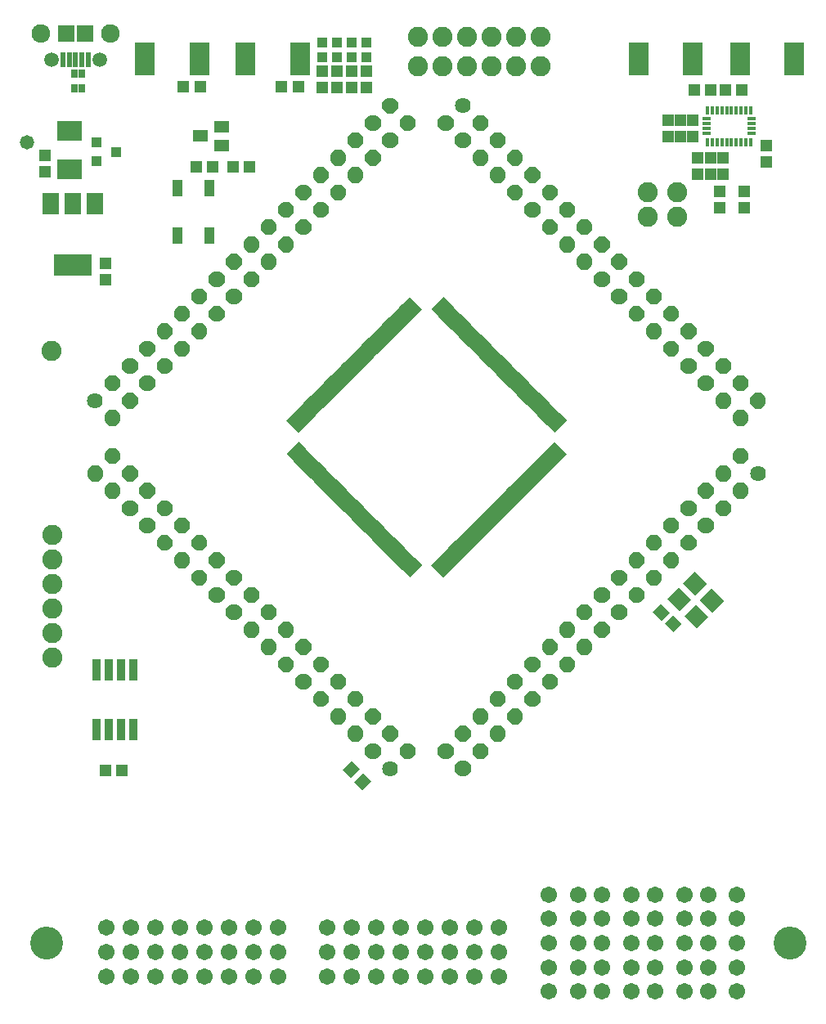
<source format=gts>
G75*
%MOIN*%
%OFA0B0*%
%FSLAX25Y25*%
%IPPOS*%
%LPD*%
%AMOC8*
5,1,8,0,0,1.08239X$1,22.5*
%
%ADD10R,0.01981X0.07099*%
%ADD11R,0.07099X0.01981*%
%ADD12R,0.04737X0.05131*%
%ADD13R,0.07099X0.06706*%
%ADD14R,0.05131X0.04737*%
%ADD15C,0.06400*%
%ADD16C,0.01280*%
%ADD17R,0.04300X0.03900*%
%ADD18R,0.06706X0.06902*%
%ADD19R,0.02375X0.06115*%
%ADD20C,0.05950*%
%ADD21C,0.07591*%
%ADD22R,0.02572X0.03556*%
%ADD23C,0.13398*%
%ADD24C,0.06737*%
%ADD25R,0.06700X0.08700*%
%ADD26R,0.15800X0.08700*%
%ADD27R,0.10249X0.07887*%
%ADD28R,0.03400X0.08800*%
%ADD29R,0.01784X0.03457*%
%ADD30R,0.03457X0.01784*%
%ADD31R,0.07887X0.13398*%
%ADD32R,0.04343X0.06706*%
%ADD33R,0.06312X0.04737*%
%ADD34R,0.03950X0.03950*%
%ADD35C,0.08200*%
%ADD36C,0.05800*%
D10*
G36*
X0226544Y0198386D02*
X0225144Y0196986D01*
X0220126Y0202004D01*
X0221526Y0203404D01*
X0226544Y0198386D01*
G37*
G36*
X0227936Y0199778D02*
X0226536Y0198378D01*
X0221518Y0203396D01*
X0222918Y0204796D01*
X0227936Y0199778D01*
G37*
G36*
X0229328Y0201170D02*
X0227928Y0199770D01*
X0222910Y0204788D01*
X0224310Y0206188D01*
X0229328Y0201170D01*
G37*
G36*
X0230720Y0202562D02*
X0229320Y0201162D01*
X0224302Y0206180D01*
X0225702Y0207580D01*
X0230720Y0202562D01*
G37*
G36*
X0232112Y0203954D02*
X0230712Y0202554D01*
X0225694Y0207572D01*
X0227094Y0208972D01*
X0232112Y0203954D01*
G37*
G36*
X0233504Y0205346D02*
X0232104Y0203946D01*
X0227086Y0208964D01*
X0228486Y0210364D01*
X0233504Y0205346D01*
G37*
G36*
X0234896Y0206738D02*
X0233496Y0205338D01*
X0228478Y0210356D01*
X0229878Y0211756D01*
X0234896Y0206738D01*
G37*
G36*
X0236288Y0208130D02*
X0234888Y0206730D01*
X0229870Y0211748D01*
X0231270Y0213148D01*
X0236288Y0208130D01*
G37*
G36*
X0237680Y0209521D02*
X0236280Y0208121D01*
X0231262Y0213139D01*
X0232662Y0214539D01*
X0237680Y0209521D01*
G37*
G36*
X0239072Y0210913D02*
X0237672Y0209513D01*
X0232654Y0214531D01*
X0234054Y0215931D01*
X0239072Y0210913D01*
G37*
G36*
X0240464Y0212305D02*
X0239064Y0210905D01*
X0234046Y0215923D01*
X0235446Y0217323D01*
X0240464Y0212305D01*
G37*
G36*
X0241856Y0213697D02*
X0240456Y0212297D01*
X0235438Y0217315D01*
X0236838Y0218715D01*
X0241856Y0213697D01*
G37*
G36*
X0243248Y0215089D02*
X0241848Y0213689D01*
X0236830Y0218707D01*
X0238230Y0220107D01*
X0243248Y0215089D01*
G37*
G36*
X0244640Y0216481D02*
X0243240Y0215081D01*
X0238222Y0220099D01*
X0239622Y0221499D01*
X0244640Y0216481D01*
G37*
G36*
X0246032Y0217873D02*
X0244632Y0216473D01*
X0239614Y0221491D01*
X0241014Y0222891D01*
X0246032Y0217873D01*
G37*
G36*
X0247424Y0219265D02*
X0246024Y0217865D01*
X0241006Y0222883D01*
X0242406Y0224283D01*
X0247424Y0219265D01*
G37*
G36*
X0248816Y0220657D02*
X0247416Y0219257D01*
X0242398Y0224275D01*
X0243798Y0225675D01*
X0248816Y0220657D01*
G37*
G36*
X0250207Y0222049D02*
X0248807Y0220649D01*
X0243789Y0225667D01*
X0245189Y0227067D01*
X0250207Y0222049D01*
G37*
G36*
X0251599Y0223441D02*
X0250199Y0222041D01*
X0245181Y0227059D01*
X0246581Y0228459D01*
X0251599Y0223441D01*
G37*
G36*
X0252991Y0224833D02*
X0251591Y0223433D01*
X0246573Y0228451D01*
X0247973Y0229851D01*
X0252991Y0224833D01*
G37*
G36*
X0254383Y0226225D02*
X0252983Y0224825D01*
X0247965Y0229843D01*
X0249365Y0231243D01*
X0254383Y0226225D01*
G37*
G36*
X0255775Y0227617D02*
X0254375Y0226217D01*
X0249357Y0231235D01*
X0250757Y0232635D01*
X0255775Y0227617D01*
G37*
G36*
X0257167Y0229009D02*
X0255767Y0227609D01*
X0250749Y0232627D01*
X0252149Y0234027D01*
X0257167Y0229009D01*
G37*
G36*
X0258559Y0230401D02*
X0257159Y0229001D01*
X0252141Y0234019D01*
X0253541Y0235419D01*
X0258559Y0230401D01*
G37*
G36*
X0259951Y0231793D02*
X0258551Y0230393D01*
X0253533Y0235411D01*
X0254933Y0236811D01*
X0259951Y0231793D01*
G37*
G36*
X0261343Y0233185D02*
X0259943Y0231785D01*
X0254925Y0236803D01*
X0256325Y0238203D01*
X0261343Y0233185D01*
G37*
G36*
X0262735Y0234576D02*
X0261335Y0233176D01*
X0256317Y0238194D01*
X0257717Y0239594D01*
X0262735Y0234576D01*
G37*
G36*
X0264127Y0235968D02*
X0262727Y0234568D01*
X0257709Y0239586D01*
X0259109Y0240986D01*
X0264127Y0235968D01*
G37*
G36*
X0265519Y0237360D02*
X0264119Y0235960D01*
X0259101Y0240978D01*
X0260501Y0242378D01*
X0265519Y0237360D01*
G37*
G36*
X0266911Y0238752D02*
X0265511Y0237352D01*
X0260493Y0242370D01*
X0261893Y0243770D01*
X0266911Y0238752D01*
G37*
G36*
X0268303Y0240144D02*
X0266903Y0238744D01*
X0261885Y0243762D01*
X0263285Y0245162D01*
X0268303Y0240144D01*
G37*
G36*
X0269695Y0241536D02*
X0268295Y0240136D01*
X0263277Y0245154D01*
X0264677Y0246554D01*
X0269695Y0241536D01*
G37*
G36*
X0271087Y0242928D02*
X0269687Y0241528D01*
X0264669Y0246546D01*
X0266069Y0247946D01*
X0271087Y0242928D01*
G37*
G36*
X0272479Y0244320D02*
X0271079Y0242920D01*
X0266061Y0247938D01*
X0267461Y0249338D01*
X0272479Y0244320D01*
G37*
G36*
X0273870Y0245712D02*
X0272470Y0244312D01*
X0267452Y0249330D01*
X0268852Y0250730D01*
X0273870Y0245712D01*
G37*
G36*
X0275262Y0247104D02*
X0273862Y0245704D01*
X0268844Y0250722D01*
X0270244Y0252122D01*
X0275262Y0247104D01*
G37*
G36*
X0216244Y0306122D02*
X0214844Y0304722D01*
X0209826Y0309740D01*
X0211226Y0311140D01*
X0216244Y0306122D01*
G37*
G36*
X0214852Y0304730D02*
X0213452Y0303330D01*
X0208434Y0308348D01*
X0209834Y0309748D01*
X0214852Y0304730D01*
G37*
G36*
X0213460Y0303338D02*
X0212060Y0301938D01*
X0207042Y0306956D01*
X0208442Y0308356D01*
X0213460Y0303338D01*
G37*
G36*
X0212068Y0301946D02*
X0210668Y0300546D01*
X0205650Y0305564D01*
X0207050Y0306964D01*
X0212068Y0301946D01*
G37*
G36*
X0210676Y0300555D02*
X0209276Y0299155D01*
X0204258Y0304173D01*
X0205658Y0305573D01*
X0210676Y0300555D01*
G37*
G36*
X0209284Y0299163D02*
X0207884Y0297763D01*
X0202866Y0302781D01*
X0204266Y0304181D01*
X0209284Y0299163D01*
G37*
G36*
X0207892Y0297771D02*
X0206492Y0296371D01*
X0201474Y0301389D01*
X0202874Y0302789D01*
X0207892Y0297771D01*
G37*
G36*
X0206500Y0296379D02*
X0205100Y0294979D01*
X0200082Y0299997D01*
X0201482Y0301397D01*
X0206500Y0296379D01*
G37*
G36*
X0205109Y0294987D02*
X0203709Y0293587D01*
X0198691Y0298605D01*
X0200091Y0300005D01*
X0205109Y0294987D01*
G37*
G36*
X0203717Y0293595D02*
X0202317Y0292195D01*
X0197299Y0297213D01*
X0198699Y0298613D01*
X0203717Y0293595D01*
G37*
G36*
X0202325Y0292203D02*
X0200925Y0290803D01*
X0195907Y0295821D01*
X0197307Y0297221D01*
X0202325Y0292203D01*
G37*
G36*
X0200933Y0290811D02*
X0199533Y0289411D01*
X0194515Y0294429D01*
X0195915Y0295829D01*
X0200933Y0290811D01*
G37*
G36*
X0199541Y0289419D02*
X0198141Y0288019D01*
X0193123Y0293037D01*
X0194523Y0294437D01*
X0199541Y0289419D01*
G37*
G36*
X0198149Y0288027D02*
X0196749Y0286627D01*
X0191731Y0291645D01*
X0193131Y0293045D01*
X0198149Y0288027D01*
G37*
G36*
X0196757Y0286635D02*
X0195357Y0285235D01*
X0190339Y0290253D01*
X0191739Y0291653D01*
X0196757Y0286635D01*
G37*
G36*
X0195365Y0285243D02*
X0193965Y0283843D01*
X0188947Y0288861D01*
X0190347Y0290261D01*
X0195365Y0285243D01*
G37*
G36*
X0193973Y0283851D02*
X0192573Y0282451D01*
X0187555Y0287469D01*
X0188955Y0288869D01*
X0193973Y0283851D01*
G37*
G36*
X0192581Y0282459D02*
X0191181Y0281059D01*
X0186163Y0286077D01*
X0187563Y0287477D01*
X0192581Y0282459D01*
G37*
G36*
X0191189Y0281067D02*
X0189789Y0279667D01*
X0184771Y0284685D01*
X0186171Y0286085D01*
X0191189Y0281067D01*
G37*
G36*
X0189797Y0279675D02*
X0188397Y0278275D01*
X0183379Y0283293D01*
X0184779Y0284693D01*
X0189797Y0279675D01*
G37*
G36*
X0188405Y0278283D02*
X0187005Y0276883D01*
X0181987Y0281901D01*
X0183387Y0283301D01*
X0188405Y0278283D01*
G37*
G36*
X0187013Y0276892D02*
X0185613Y0275492D01*
X0180595Y0280510D01*
X0181995Y0281910D01*
X0187013Y0276892D01*
G37*
G36*
X0185621Y0275500D02*
X0184221Y0274100D01*
X0179203Y0279118D01*
X0180603Y0280518D01*
X0185621Y0275500D01*
G37*
G36*
X0184229Y0274108D02*
X0182829Y0272708D01*
X0177811Y0277726D01*
X0179211Y0279126D01*
X0184229Y0274108D01*
G37*
G36*
X0182837Y0272716D02*
X0181437Y0271316D01*
X0176419Y0276334D01*
X0177819Y0277734D01*
X0182837Y0272716D01*
G37*
G36*
X0181446Y0271324D02*
X0180046Y0269924D01*
X0175028Y0274942D01*
X0176428Y0276342D01*
X0181446Y0271324D01*
G37*
G36*
X0180054Y0269932D02*
X0178654Y0268532D01*
X0173636Y0273550D01*
X0175036Y0274950D01*
X0180054Y0269932D01*
G37*
G36*
X0178662Y0268540D02*
X0177262Y0267140D01*
X0172244Y0272158D01*
X0173644Y0273558D01*
X0178662Y0268540D01*
G37*
G36*
X0177270Y0267148D02*
X0175870Y0265748D01*
X0170852Y0270766D01*
X0172252Y0272166D01*
X0177270Y0267148D01*
G37*
G36*
X0175878Y0265756D02*
X0174478Y0264356D01*
X0169460Y0269374D01*
X0170860Y0270774D01*
X0175878Y0265756D01*
G37*
G36*
X0174486Y0264364D02*
X0173086Y0262964D01*
X0168068Y0267982D01*
X0169468Y0269382D01*
X0174486Y0264364D01*
G37*
G36*
X0173094Y0262972D02*
X0171694Y0261572D01*
X0166676Y0266590D01*
X0168076Y0267990D01*
X0173094Y0262972D01*
G37*
G36*
X0171702Y0261580D02*
X0170302Y0260180D01*
X0165284Y0265198D01*
X0166684Y0266598D01*
X0171702Y0261580D01*
G37*
G36*
X0170310Y0260188D02*
X0168910Y0258788D01*
X0163892Y0263806D01*
X0165292Y0265206D01*
X0170310Y0260188D01*
G37*
G36*
X0168918Y0258796D02*
X0167518Y0257396D01*
X0162500Y0262414D01*
X0163900Y0263814D01*
X0168918Y0258796D01*
G37*
G36*
X0167526Y0257404D02*
X0166126Y0256004D01*
X0161108Y0261022D01*
X0162508Y0262422D01*
X0167526Y0257404D01*
G37*
D11*
G36*
X0167526Y0250722D02*
X0162508Y0245704D01*
X0161108Y0247104D01*
X0166126Y0252122D01*
X0167526Y0250722D01*
G37*
G36*
X0168918Y0249330D02*
X0163900Y0244312D01*
X0162500Y0245712D01*
X0167518Y0250730D01*
X0168918Y0249330D01*
G37*
G36*
X0170310Y0247938D02*
X0165292Y0242920D01*
X0163892Y0244320D01*
X0168910Y0249338D01*
X0170310Y0247938D01*
G37*
G36*
X0171702Y0246546D02*
X0166684Y0241528D01*
X0165284Y0242928D01*
X0170302Y0247946D01*
X0171702Y0246546D01*
G37*
G36*
X0173094Y0245154D02*
X0168076Y0240136D01*
X0166676Y0241536D01*
X0171694Y0246554D01*
X0173094Y0245154D01*
G37*
G36*
X0174486Y0243762D02*
X0169468Y0238744D01*
X0168068Y0240144D01*
X0173086Y0245162D01*
X0174486Y0243762D01*
G37*
G36*
X0175878Y0242370D02*
X0170860Y0237352D01*
X0169460Y0238752D01*
X0174478Y0243770D01*
X0175878Y0242370D01*
G37*
G36*
X0177270Y0240978D02*
X0172252Y0235960D01*
X0170852Y0237360D01*
X0175870Y0242378D01*
X0177270Y0240978D01*
G37*
G36*
X0178662Y0239586D02*
X0173644Y0234568D01*
X0172244Y0235968D01*
X0177262Y0240986D01*
X0178662Y0239586D01*
G37*
G36*
X0180054Y0238194D02*
X0175036Y0233176D01*
X0173636Y0234576D01*
X0178654Y0239594D01*
X0180054Y0238194D01*
G37*
G36*
X0181446Y0236803D02*
X0176428Y0231785D01*
X0175028Y0233185D01*
X0180046Y0238203D01*
X0181446Y0236803D01*
G37*
G36*
X0182837Y0235411D02*
X0177819Y0230393D01*
X0176419Y0231793D01*
X0181437Y0236811D01*
X0182837Y0235411D01*
G37*
G36*
X0184229Y0234019D02*
X0179211Y0229001D01*
X0177811Y0230401D01*
X0182829Y0235419D01*
X0184229Y0234019D01*
G37*
G36*
X0185621Y0232627D02*
X0180603Y0227609D01*
X0179203Y0229009D01*
X0184221Y0234027D01*
X0185621Y0232627D01*
G37*
G36*
X0187013Y0231235D02*
X0181995Y0226217D01*
X0180595Y0227617D01*
X0185613Y0232635D01*
X0187013Y0231235D01*
G37*
G36*
X0188405Y0229843D02*
X0183387Y0224825D01*
X0181987Y0226225D01*
X0187005Y0231243D01*
X0188405Y0229843D01*
G37*
G36*
X0189797Y0228451D02*
X0184779Y0223433D01*
X0183379Y0224833D01*
X0188397Y0229851D01*
X0189797Y0228451D01*
G37*
G36*
X0191189Y0227059D02*
X0186171Y0222041D01*
X0184771Y0223441D01*
X0189789Y0228459D01*
X0191189Y0227059D01*
G37*
G36*
X0192581Y0225667D02*
X0187563Y0220649D01*
X0186163Y0222049D01*
X0191181Y0227067D01*
X0192581Y0225667D01*
G37*
G36*
X0193973Y0224275D02*
X0188955Y0219257D01*
X0187555Y0220657D01*
X0192573Y0225675D01*
X0193973Y0224275D01*
G37*
G36*
X0195365Y0222883D02*
X0190347Y0217865D01*
X0188947Y0219265D01*
X0193965Y0224283D01*
X0195365Y0222883D01*
G37*
G36*
X0196757Y0221491D02*
X0191739Y0216473D01*
X0190339Y0217873D01*
X0195357Y0222891D01*
X0196757Y0221491D01*
G37*
G36*
X0198149Y0220099D02*
X0193131Y0215081D01*
X0191731Y0216481D01*
X0196749Y0221499D01*
X0198149Y0220099D01*
G37*
G36*
X0199541Y0218707D02*
X0194523Y0213689D01*
X0193123Y0215089D01*
X0198141Y0220107D01*
X0199541Y0218707D01*
G37*
G36*
X0200933Y0217315D02*
X0195915Y0212297D01*
X0194515Y0213697D01*
X0199533Y0218715D01*
X0200933Y0217315D01*
G37*
G36*
X0202325Y0215923D02*
X0197307Y0210905D01*
X0195907Y0212305D01*
X0200925Y0217323D01*
X0202325Y0215923D01*
G37*
G36*
X0203717Y0214531D02*
X0198699Y0209513D01*
X0197299Y0210913D01*
X0202317Y0215931D01*
X0203717Y0214531D01*
G37*
G36*
X0205109Y0213139D02*
X0200091Y0208121D01*
X0198691Y0209521D01*
X0203709Y0214539D01*
X0205109Y0213139D01*
G37*
G36*
X0206500Y0211748D02*
X0201482Y0206730D01*
X0200082Y0208130D01*
X0205100Y0213148D01*
X0206500Y0211748D01*
G37*
G36*
X0207892Y0210356D02*
X0202874Y0205338D01*
X0201474Y0206738D01*
X0206492Y0211756D01*
X0207892Y0210356D01*
G37*
G36*
X0209284Y0208964D02*
X0204266Y0203946D01*
X0202866Y0205346D01*
X0207884Y0210364D01*
X0209284Y0208964D01*
G37*
G36*
X0210676Y0207572D02*
X0205658Y0202554D01*
X0204258Y0203954D01*
X0209276Y0208972D01*
X0210676Y0207572D01*
G37*
G36*
X0212068Y0206180D02*
X0207050Y0201162D01*
X0205650Y0202562D01*
X0210668Y0207580D01*
X0212068Y0206180D01*
G37*
G36*
X0213460Y0204788D02*
X0208442Y0199770D01*
X0207042Y0201170D01*
X0212060Y0206188D01*
X0213460Y0204788D01*
G37*
G36*
X0214852Y0203396D02*
X0209834Y0198378D01*
X0208434Y0199778D01*
X0213452Y0204796D01*
X0214852Y0203396D01*
G37*
G36*
X0216244Y0202004D02*
X0211226Y0196986D01*
X0209826Y0198386D01*
X0214844Y0203404D01*
X0216244Y0202004D01*
G37*
G36*
X0273870Y0262414D02*
X0268852Y0257396D01*
X0267452Y0258796D01*
X0272470Y0263814D01*
X0273870Y0262414D01*
G37*
G36*
X0275262Y0261022D02*
X0270244Y0256004D01*
X0268844Y0257404D01*
X0273862Y0262422D01*
X0275262Y0261022D01*
G37*
G36*
X0272479Y0263806D02*
X0267461Y0258788D01*
X0266061Y0260188D01*
X0271079Y0265206D01*
X0272479Y0263806D01*
G37*
G36*
X0271087Y0265198D02*
X0266069Y0260180D01*
X0264669Y0261580D01*
X0269687Y0266598D01*
X0271087Y0265198D01*
G37*
G36*
X0269695Y0266590D02*
X0264677Y0261572D01*
X0263277Y0262972D01*
X0268295Y0267990D01*
X0269695Y0266590D01*
G37*
G36*
X0268303Y0267982D02*
X0263285Y0262964D01*
X0261885Y0264364D01*
X0266903Y0269382D01*
X0268303Y0267982D01*
G37*
G36*
X0266911Y0269374D02*
X0261893Y0264356D01*
X0260493Y0265756D01*
X0265511Y0270774D01*
X0266911Y0269374D01*
G37*
G36*
X0265519Y0270766D02*
X0260501Y0265748D01*
X0259101Y0267148D01*
X0264119Y0272166D01*
X0265519Y0270766D01*
G37*
G36*
X0264127Y0272158D02*
X0259109Y0267140D01*
X0257709Y0268540D01*
X0262727Y0273558D01*
X0264127Y0272158D01*
G37*
G36*
X0262735Y0273550D02*
X0257717Y0268532D01*
X0256317Y0269932D01*
X0261335Y0274950D01*
X0262735Y0273550D01*
G37*
G36*
X0261343Y0274942D02*
X0256325Y0269924D01*
X0254925Y0271324D01*
X0259943Y0276342D01*
X0261343Y0274942D01*
G37*
G36*
X0259951Y0276334D02*
X0254933Y0271316D01*
X0253533Y0272716D01*
X0258551Y0277734D01*
X0259951Y0276334D01*
G37*
G36*
X0258559Y0277726D02*
X0253541Y0272708D01*
X0252141Y0274108D01*
X0257159Y0279126D01*
X0258559Y0277726D01*
G37*
G36*
X0257167Y0279118D02*
X0252149Y0274100D01*
X0250749Y0275500D01*
X0255767Y0280518D01*
X0257167Y0279118D01*
G37*
G36*
X0255775Y0280510D02*
X0250757Y0275492D01*
X0249357Y0276892D01*
X0254375Y0281910D01*
X0255775Y0280510D01*
G37*
G36*
X0254383Y0281901D02*
X0249365Y0276883D01*
X0247965Y0278283D01*
X0252983Y0283301D01*
X0254383Y0281901D01*
G37*
G36*
X0252991Y0283293D02*
X0247973Y0278275D01*
X0246573Y0279675D01*
X0251591Y0284693D01*
X0252991Y0283293D01*
G37*
G36*
X0251599Y0284685D02*
X0246581Y0279667D01*
X0245181Y0281067D01*
X0250199Y0286085D01*
X0251599Y0284685D01*
G37*
G36*
X0250207Y0286077D02*
X0245189Y0281059D01*
X0243789Y0282459D01*
X0248807Y0287477D01*
X0250207Y0286077D01*
G37*
G36*
X0248816Y0287469D02*
X0243798Y0282451D01*
X0242398Y0283851D01*
X0247416Y0288869D01*
X0248816Y0287469D01*
G37*
G36*
X0247424Y0288861D02*
X0242406Y0283843D01*
X0241006Y0285243D01*
X0246024Y0290261D01*
X0247424Y0288861D01*
G37*
G36*
X0246032Y0290253D02*
X0241014Y0285235D01*
X0239614Y0286635D01*
X0244632Y0291653D01*
X0246032Y0290253D01*
G37*
G36*
X0244640Y0291645D02*
X0239622Y0286627D01*
X0238222Y0288027D01*
X0243240Y0293045D01*
X0244640Y0291645D01*
G37*
G36*
X0243248Y0293037D02*
X0238230Y0288019D01*
X0236830Y0289419D01*
X0241848Y0294437D01*
X0243248Y0293037D01*
G37*
G36*
X0241856Y0294429D02*
X0236838Y0289411D01*
X0235438Y0290811D01*
X0240456Y0295829D01*
X0241856Y0294429D01*
G37*
G36*
X0240464Y0295821D02*
X0235446Y0290803D01*
X0234046Y0292203D01*
X0239064Y0297221D01*
X0240464Y0295821D01*
G37*
G36*
X0239072Y0297213D02*
X0234054Y0292195D01*
X0232654Y0293595D01*
X0237672Y0298613D01*
X0239072Y0297213D01*
G37*
G36*
X0237680Y0298605D02*
X0232662Y0293587D01*
X0231262Y0294987D01*
X0236280Y0300005D01*
X0237680Y0298605D01*
G37*
G36*
X0236288Y0299997D02*
X0231270Y0294979D01*
X0229870Y0296379D01*
X0234888Y0301397D01*
X0236288Y0299997D01*
G37*
G36*
X0234896Y0301389D02*
X0229878Y0296371D01*
X0228478Y0297771D01*
X0233496Y0302789D01*
X0234896Y0301389D01*
G37*
G36*
X0233504Y0302781D02*
X0228486Y0297763D01*
X0227086Y0299163D01*
X0232104Y0304181D01*
X0233504Y0302781D01*
G37*
G36*
X0232112Y0304173D02*
X0227094Y0299155D01*
X0225694Y0300555D01*
X0230712Y0305573D01*
X0232112Y0304173D01*
G37*
G36*
X0230720Y0305564D02*
X0225702Y0300546D01*
X0224302Y0301946D01*
X0229320Y0306964D01*
X0230720Y0305564D01*
G37*
G36*
X0229328Y0306956D02*
X0224310Y0301938D01*
X0222910Y0303338D01*
X0227928Y0308356D01*
X0229328Y0306956D01*
G37*
G36*
X0227936Y0308348D02*
X0222918Y0303330D01*
X0221518Y0304730D01*
X0226536Y0309748D01*
X0227936Y0308348D01*
G37*
G36*
X0226544Y0309740D02*
X0221526Y0304722D01*
X0220126Y0306122D01*
X0225144Y0311140D01*
X0226544Y0309740D01*
G37*
D12*
X0165841Y0396748D03*
X0159148Y0396748D03*
X0146091Y0364248D03*
X0139398Y0364248D03*
X0131091Y0364248D03*
X0124398Y0364248D03*
X0125841Y0396748D03*
X0119148Y0396748D03*
X0062744Y0368844D03*
X0062744Y0362152D03*
X0087244Y0324844D03*
X0087244Y0318152D03*
X0087398Y0118248D03*
X0094091Y0118248D03*
G36*
X0187396Y0115056D02*
X0184047Y0118405D01*
X0187674Y0122032D01*
X0191023Y0118683D01*
X0187396Y0115056D01*
G37*
G36*
X0192128Y0110323D02*
X0188779Y0113672D01*
X0192406Y0117299D01*
X0195755Y0113950D01*
X0192128Y0110323D01*
G37*
X0338994Y0361152D03*
X0338994Y0367844D03*
X0326494Y0376452D03*
X0321494Y0376452D03*
X0321494Y0383144D03*
X0326494Y0383144D03*
X0316494Y0383144D03*
X0316494Y0376452D03*
X0327398Y0395498D03*
X0334091Y0395498D03*
X0339898Y0395498D03*
X0346591Y0395498D03*
D13*
G36*
X0327487Y0199333D02*
X0332505Y0194315D01*
X0327763Y0189573D01*
X0322745Y0194591D01*
X0327487Y0199333D01*
G37*
G36*
X0321360Y0183170D02*
X0316342Y0188188D01*
X0321084Y0192930D01*
X0326102Y0187912D01*
X0321360Y0183170D01*
G37*
G36*
X0328319Y0176211D02*
X0323301Y0181229D01*
X0328043Y0185971D01*
X0333061Y0180953D01*
X0328319Y0176211D01*
G37*
G36*
X0334446Y0192373D02*
X0339464Y0187355D01*
X0334722Y0182613D01*
X0329704Y0187631D01*
X0334446Y0192373D01*
G37*
D14*
G36*
X0318524Y0181519D02*
X0322151Y0177892D01*
X0318802Y0174543D01*
X0315175Y0178170D01*
X0318524Y0181519D01*
G37*
G36*
X0313791Y0186252D02*
X0317418Y0182625D01*
X0314069Y0179276D01*
X0310442Y0182903D01*
X0313791Y0186252D01*
G37*
X0337744Y0347402D03*
X0337744Y0354094D03*
X0333994Y0361152D03*
X0333994Y0367844D03*
X0328494Y0367844D03*
X0328494Y0361152D03*
X0347744Y0354094D03*
X0347744Y0347402D03*
X0356494Y0366152D03*
X0356494Y0372844D03*
X0193744Y0396402D03*
X0187744Y0396402D03*
X0181744Y0396402D03*
X0175744Y0396402D03*
X0175744Y0403094D03*
X0181744Y0403094D03*
X0187744Y0403094D03*
X0193744Y0403094D03*
D15*
X0233034Y0389121D03*
X0353243Y0239214D03*
X0203336Y0119006D03*
X0083128Y0268912D03*
D16*
X0092118Y0262261D02*
X0092758Y0262901D01*
X0092758Y0260781D01*
X0091259Y0259282D01*
X0089139Y0259282D01*
X0087640Y0260781D01*
X0087640Y0262901D01*
X0089139Y0264400D01*
X0091259Y0264400D01*
X0092758Y0262901D01*
X0091798Y0262504D01*
X0091798Y0261178D01*
X0090862Y0260242D01*
X0089536Y0260242D01*
X0088600Y0261178D01*
X0088600Y0262504D01*
X0089536Y0263440D01*
X0090862Y0263440D01*
X0091798Y0262504D01*
X0090838Y0262106D01*
X0090838Y0261576D01*
X0090464Y0261202D01*
X0089934Y0261202D01*
X0089560Y0261576D01*
X0089560Y0262106D01*
X0089934Y0262480D01*
X0090464Y0262480D01*
X0090838Y0262106D01*
X0099189Y0269332D02*
X0099829Y0269972D01*
X0099829Y0267852D01*
X0098330Y0266353D01*
X0096210Y0266353D01*
X0094711Y0267852D01*
X0094711Y0269972D01*
X0096210Y0271471D01*
X0098330Y0271471D01*
X0099829Y0269972D01*
X0098869Y0269575D01*
X0098869Y0268249D01*
X0097933Y0267313D01*
X0096607Y0267313D01*
X0095671Y0268249D01*
X0095671Y0269575D01*
X0096607Y0270511D01*
X0097933Y0270511D01*
X0098869Y0269575D01*
X0097909Y0269177D01*
X0097909Y0268647D01*
X0097535Y0268273D01*
X0097005Y0268273D01*
X0096631Y0268647D01*
X0096631Y0269177D01*
X0097005Y0269551D01*
X0097535Y0269551D01*
X0097909Y0269177D01*
X0106260Y0276403D02*
X0106900Y0277043D01*
X0106900Y0274923D01*
X0105401Y0273424D01*
X0103281Y0273424D01*
X0101782Y0274923D01*
X0101782Y0277043D01*
X0103281Y0278542D01*
X0105401Y0278542D01*
X0106900Y0277043D01*
X0105940Y0276646D01*
X0105940Y0275320D01*
X0105004Y0274384D01*
X0103678Y0274384D01*
X0102742Y0275320D01*
X0102742Y0276646D01*
X0103678Y0277582D01*
X0105004Y0277582D01*
X0105940Y0276646D01*
X0104980Y0276248D01*
X0104980Y0275718D01*
X0104606Y0275344D01*
X0104076Y0275344D01*
X0103702Y0275718D01*
X0103702Y0276248D01*
X0104076Y0276622D01*
X0104606Y0276622D01*
X0104980Y0276248D01*
X0113331Y0283475D02*
X0113971Y0284115D01*
X0113971Y0281995D01*
X0112472Y0280496D01*
X0110352Y0280496D01*
X0108853Y0281995D01*
X0108853Y0284115D01*
X0110352Y0285614D01*
X0112472Y0285614D01*
X0113971Y0284115D01*
X0113011Y0283718D01*
X0113011Y0282392D01*
X0112075Y0281456D01*
X0110749Y0281456D01*
X0109813Y0282392D01*
X0109813Y0283718D01*
X0110749Y0284654D01*
X0112075Y0284654D01*
X0113011Y0283718D01*
X0112051Y0283320D01*
X0112051Y0282790D01*
X0111677Y0282416D01*
X0111147Y0282416D01*
X0110773Y0282790D01*
X0110773Y0283320D01*
X0111147Y0283694D01*
X0111677Y0283694D01*
X0112051Y0283320D01*
X0120402Y0290546D02*
X0121042Y0291186D01*
X0121042Y0289066D01*
X0119543Y0287567D01*
X0117423Y0287567D01*
X0115924Y0289066D01*
X0115924Y0291186D01*
X0117423Y0292685D01*
X0119543Y0292685D01*
X0121042Y0291186D01*
X0120082Y0290789D01*
X0120082Y0289463D01*
X0119146Y0288527D01*
X0117820Y0288527D01*
X0116884Y0289463D01*
X0116884Y0290789D01*
X0117820Y0291725D01*
X0119146Y0291725D01*
X0120082Y0290789D01*
X0119122Y0290391D01*
X0119122Y0289861D01*
X0118748Y0289487D01*
X0118218Y0289487D01*
X0117844Y0289861D01*
X0117844Y0290391D01*
X0118218Y0290765D01*
X0118748Y0290765D01*
X0119122Y0290391D01*
X0127473Y0297617D02*
X0128113Y0298257D01*
X0128113Y0296137D01*
X0126614Y0294638D01*
X0124494Y0294638D01*
X0122995Y0296137D01*
X0122995Y0298257D01*
X0124494Y0299756D01*
X0126614Y0299756D01*
X0128113Y0298257D01*
X0127153Y0297860D01*
X0127153Y0296534D01*
X0126217Y0295598D01*
X0124891Y0295598D01*
X0123955Y0296534D01*
X0123955Y0297860D01*
X0124891Y0298796D01*
X0126217Y0298796D01*
X0127153Y0297860D01*
X0126193Y0297462D01*
X0126193Y0296932D01*
X0125819Y0296558D01*
X0125289Y0296558D01*
X0124915Y0296932D01*
X0124915Y0297462D01*
X0125289Y0297836D01*
X0125819Y0297836D01*
X0126193Y0297462D01*
X0134544Y0304688D02*
X0135184Y0305328D01*
X0135184Y0303208D01*
X0133685Y0301709D01*
X0131565Y0301709D01*
X0130066Y0303208D01*
X0130066Y0305328D01*
X0131565Y0306827D01*
X0133685Y0306827D01*
X0135184Y0305328D01*
X0134224Y0304931D01*
X0134224Y0303605D01*
X0133288Y0302669D01*
X0131962Y0302669D01*
X0131026Y0303605D01*
X0131026Y0304931D01*
X0131962Y0305867D01*
X0133288Y0305867D01*
X0134224Y0304931D01*
X0133264Y0304533D01*
X0133264Y0304003D01*
X0132890Y0303629D01*
X0132360Y0303629D01*
X0131986Y0304003D01*
X0131986Y0304533D01*
X0132360Y0304907D01*
X0132890Y0304907D01*
X0133264Y0304533D01*
X0141615Y0311759D02*
X0142255Y0312399D01*
X0142255Y0310279D01*
X0140756Y0308780D01*
X0138636Y0308780D01*
X0137137Y0310279D01*
X0137137Y0312399D01*
X0138636Y0313898D01*
X0140756Y0313898D01*
X0142255Y0312399D01*
X0141295Y0312002D01*
X0141295Y0310676D01*
X0140359Y0309740D01*
X0139033Y0309740D01*
X0138097Y0310676D01*
X0138097Y0312002D01*
X0139033Y0312938D01*
X0140359Y0312938D01*
X0141295Y0312002D01*
X0140335Y0311604D01*
X0140335Y0311074D01*
X0139961Y0310700D01*
X0139431Y0310700D01*
X0139057Y0311074D01*
X0139057Y0311604D01*
X0139431Y0311978D01*
X0139961Y0311978D01*
X0140335Y0311604D01*
X0148686Y0318830D02*
X0149326Y0319470D01*
X0149326Y0317350D01*
X0147827Y0315851D01*
X0145707Y0315851D01*
X0144208Y0317350D01*
X0144208Y0319470D01*
X0145707Y0320969D01*
X0147827Y0320969D01*
X0149326Y0319470D01*
X0148366Y0319073D01*
X0148366Y0317747D01*
X0147430Y0316811D01*
X0146104Y0316811D01*
X0145168Y0317747D01*
X0145168Y0319073D01*
X0146104Y0320009D01*
X0147430Y0320009D01*
X0148366Y0319073D01*
X0147406Y0318675D01*
X0147406Y0318145D01*
X0147032Y0317771D01*
X0146502Y0317771D01*
X0146128Y0318145D01*
X0146128Y0318675D01*
X0146502Y0319049D01*
X0147032Y0319049D01*
X0147406Y0318675D01*
X0155758Y0325901D02*
X0156398Y0326541D01*
X0156398Y0324421D01*
X0154899Y0322922D01*
X0152779Y0322922D01*
X0151280Y0324421D01*
X0151280Y0326541D01*
X0152779Y0328040D01*
X0154899Y0328040D01*
X0156398Y0326541D01*
X0155438Y0326144D01*
X0155438Y0324818D01*
X0154502Y0323882D01*
X0153176Y0323882D01*
X0152240Y0324818D01*
X0152240Y0326144D01*
X0153176Y0327080D01*
X0154502Y0327080D01*
X0155438Y0326144D01*
X0154478Y0325746D01*
X0154478Y0325216D01*
X0154104Y0324842D01*
X0153574Y0324842D01*
X0153200Y0325216D01*
X0153200Y0325746D01*
X0153574Y0326120D01*
X0154104Y0326120D01*
X0154478Y0325746D01*
X0162829Y0332972D02*
X0163469Y0333612D01*
X0163469Y0331492D01*
X0161970Y0329993D01*
X0159850Y0329993D01*
X0158351Y0331492D01*
X0158351Y0333612D01*
X0159850Y0335111D01*
X0161970Y0335111D01*
X0163469Y0333612D01*
X0162509Y0333215D01*
X0162509Y0331889D01*
X0161573Y0330953D01*
X0160247Y0330953D01*
X0159311Y0331889D01*
X0159311Y0333215D01*
X0160247Y0334151D01*
X0161573Y0334151D01*
X0162509Y0333215D01*
X0161549Y0332817D01*
X0161549Y0332287D01*
X0161175Y0331913D01*
X0160645Y0331913D01*
X0160271Y0332287D01*
X0160271Y0332817D01*
X0160645Y0333191D01*
X0161175Y0333191D01*
X0161549Y0332817D01*
X0169900Y0340043D02*
X0170540Y0340683D01*
X0170540Y0338563D01*
X0169041Y0337064D01*
X0166921Y0337064D01*
X0165422Y0338563D01*
X0165422Y0340683D01*
X0166921Y0342182D01*
X0169041Y0342182D01*
X0170540Y0340683D01*
X0169580Y0340286D01*
X0169580Y0338960D01*
X0168644Y0338024D01*
X0167318Y0338024D01*
X0166382Y0338960D01*
X0166382Y0340286D01*
X0167318Y0341222D01*
X0168644Y0341222D01*
X0169580Y0340286D01*
X0168620Y0339888D01*
X0168620Y0339358D01*
X0168246Y0338984D01*
X0167716Y0338984D01*
X0167342Y0339358D01*
X0167342Y0339888D01*
X0167716Y0340262D01*
X0168246Y0340262D01*
X0168620Y0339888D01*
X0176971Y0347114D02*
X0177611Y0347754D01*
X0177611Y0345634D01*
X0176112Y0344135D01*
X0173992Y0344135D01*
X0172493Y0345634D01*
X0172493Y0347754D01*
X0173992Y0349253D01*
X0176112Y0349253D01*
X0177611Y0347754D01*
X0176651Y0347357D01*
X0176651Y0346031D01*
X0175715Y0345095D01*
X0174389Y0345095D01*
X0173453Y0346031D01*
X0173453Y0347357D01*
X0174389Y0348293D01*
X0175715Y0348293D01*
X0176651Y0347357D01*
X0175691Y0346959D01*
X0175691Y0346429D01*
X0175317Y0346055D01*
X0174787Y0346055D01*
X0174413Y0346429D01*
X0174413Y0346959D01*
X0174787Y0347333D01*
X0175317Y0347333D01*
X0175691Y0346959D01*
X0184042Y0354185D02*
X0184682Y0354825D01*
X0184682Y0352705D01*
X0183183Y0351206D01*
X0181063Y0351206D01*
X0179564Y0352705D01*
X0179564Y0354825D01*
X0181063Y0356324D01*
X0183183Y0356324D01*
X0184682Y0354825D01*
X0183722Y0354428D01*
X0183722Y0353102D01*
X0182786Y0352166D01*
X0181460Y0352166D01*
X0180524Y0353102D01*
X0180524Y0354428D01*
X0181460Y0355364D01*
X0182786Y0355364D01*
X0183722Y0354428D01*
X0182762Y0354030D01*
X0182762Y0353500D01*
X0182388Y0353126D01*
X0181858Y0353126D01*
X0181484Y0353500D01*
X0181484Y0354030D01*
X0181858Y0354404D01*
X0182388Y0354404D01*
X0182762Y0354030D01*
X0191113Y0361256D02*
X0191753Y0361896D01*
X0191753Y0359776D01*
X0190254Y0358277D01*
X0188134Y0358277D01*
X0186635Y0359776D01*
X0186635Y0361896D01*
X0188134Y0363395D01*
X0190254Y0363395D01*
X0191753Y0361896D01*
X0190793Y0361499D01*
X0190793Y0360173D01*
X0189857Y0359237D01*
X0188531Y0359237D01*
X0187595Y0360173D01*
X0187595Y0361499D01*
X0188531Y0362435D01*
X0189857Y0362435D01*
X0190793Y0361499D01*
X0189833Y0361101D01*
X0189833Y0360571D01*
X0189459Y0360197D01*
X0188929Y0360197D01*
X0188555Y0360571D01*
X0188555Y0361101D01*
X0188929Y0361475D01*
X0189459Y0361475D01*
X0189833Y0361101D01*
X0198184Y0368327D02*
X0198824Y0368967D01*
X0198824Y0366847D01*
X0197325Y0365348D01*
X0195205Y0365348D01*
X0193706Y0366847D01*
X0193706Y0368967D01*
X0195205Y0370466D01*
X0197325Y0370466D01*
X0198824Y0368967D01*
X0197864Y0368570D01*
X0197864Y0367244D01*
X0196928Y0366308D01*
X0195602Y0366308D01*
X0194666Y0367244D01*
X0194666Y0368570D01*
X0195602Y0369506D01*
X0196928Y0369506D01*
X0197864Y0368570D01*
X0196904Y0368172D01*
X0196904Y0367642D01*
X0196530Y0367268D01*
X0196000Y0367268D01*
X0195626Y0367642D01*
X0195626Y0368172D01*
X0196000Y0368546D01*
X0196530Y0368546D01*
X0196904Y0368172D01*
X0205255Y0375398D02*
X0205895Y0376038D01*
X0205895Y0373918D01*
X0204396Y0372419D01*
X0202276Y0372419D01*
X0200777Y0373918D01*
X0200777Y0376038D01*
X0202276Y0377537D01*
X0204396Y0377537D01*
X0205895Y0376038D01*
X0204935Y0375641D01*
X0204935Y0374315D01*
X0203999Y0373379D01*
X0202673Y0373379D01*
X0201737Y0374315D01*
X0201737Y0375641D01*
X0202673Y0376577D01*
X0203999Y0376577D01*
X0204935Y0375641D01*
X0203975Y0375243D01*
X0203975Y0374713D01*
X0203601Y0374339D01*
X0203071Y0374339D01*
X0202697Y0374713D01*
X0202697Y0375243D01*
X0203071Y0375617D01*
X0203601Y0375617D01*
X0203975Y0375243D01*
X0212326Y0382469D02*
X0212966Y0383109D01*
X0212966Y0380989D01*
X0211467Y0379490D01*
X0209347Y0379490D01*
X0207848Y0380989D01*
X0207848Y0383109D01*
X0209347Y0384608D01*
X0211467Y0384608D01*
X0212966Y0383109D01*
X0212006Y0382712D01*
X0212006Y0381386D01*
X0211070Y0380450D01*
X0209744Y0380450D01*
X0208808Y0381386D01*
X0208808Y0382712D01*
X0209744Y0383648D01*
X0211070Y0383648D01*
X0212006Y0382712D01*
X0211046Y0382314D01*
X0211046Y0381784D01*
X0210672Y0381410D01*
X0210142Y0381410D01*
X0209768Y0381784D01*
X0209768Y0382314D01*
X0210142Y0382688D01*
X0210672Y0382688D01*
X0211046Y0382314D01*
X0205255Y0389541D02*
X0205895Y0390181D01*
X0205895Y0388061D01*
X0204396Y0386562D01*
X0202276Y0386562D01*
X0200777Y0388061D01*
X0200777Y0390181D01*
X0202276Y0391680D01*
X0204396Y0391680D01*
X0205895Y0390181D01*
X0204935Y0389784D01*
X0204935Y0388458D01*
X0203999Y0387522D01*
X0202673Y0387522D01*
X0201737Y0388458D01*
X0201737Y0389784D01*
X0202673Y0390720D01*
X0203999Y0390720D01*
X0204935Y0389784D01*
X0203975Y0389386D01*
X0203975Y0388856D01*
X0203601Y0388482D01*
X0203071Y0388482D01*
X0202697Y0388856D01*
X0202697Y0389386D01*
X0203071Y0389760D01*
X0203601Y0389760D01*
X0203975Y0389386D01*
X0198184Y0382469D02*
X0198824Y0383109D01*
X0198824Y0380989D01*
X0197325Y0379490D01*
X0195205Y0379490D01*
X0193706Y0380989D01*
X0193706Y0383109D01*
X0195205Y0384608D01*
X0197325Y0384608D01*
X0198824Y0383109D01*
X0197864Y0382712D01*
X0197864Y0381386D01*
X0196928Y0380450D01*
X0195602Y0380450D01*
X0194666Y0381386D01*
X0194666Y0382712D01*
X0195602Y0383648D01*
X0196928Y0383648D01*
X0197864Y0382712D01*
X0196904Y0382314D01*
X0196904Y0381784D01*
X0196530Y0381410D01*
X0196000Y0381410D01*
X0195626Y0381784D01*
X0195626Y0382314D01*
X0196000Y0382688D01*
X0196530Y0382688D01*
X0196904Y0382314D01*
X0191113Y0375398D02*
X0191753Y0376038D01*
X0191753Y0373918D01*
X0190254Y0372419D01*
X0188134Y0372419D01*
X0186635Y0373918D01*
X0186635Y0376038D01*
X0188134Y0377537D01*
X0190254Y0377537D01*
X0191753Y0376038D01*
X0190793Y0375641D01*
X0190793Y0374315D01*
X0189857Y0373379D01*
X0188531Y0373379D01*
X0187595Y0374315D01*
X0187595Y0375641D01*
X0188531Y0376577D01*
X0189857Y0376577D01*
X0190793Y0375641D01*
X0189833Y0375243D01*
X0189833Y0374713D01*
X0189459Y0374339D01*
X0188929Y0374339D01*
X0188555Y0374713D01*
X0188555Y0375243D01*
X0188929Y0375617D01*
X0189459Y0375617D01*
X0189833Y0375243D01*
X0184042Y0368327D02*
X0184682Y0368967D01*
X0184682Y0366847D01*
X0183183Y0365348D01*
X0181063Y0365348D01*
X0179564Y0366847D01*
X0179564Y0368967D01*
X0181063Y0370466D01*
X0183183Y0370466D01*
X0184682Y0368967D01*
X0183722Y0368570D01*
X0183722Y0367244D01*
X0182786Y0366308D01*
X0181460Y0366308D01*
X0180524Y0367244D01*
X0180524Y0368570D01*
X0181460Y0369506D01*
X0182786Y0369506D01*
X0183722Y0368570D01*
X0182762Y0368172D01*
X0182762Y0367642D01*
X0182388Y0367268D01*
X0181858Y0367268D01*
X0181484Y0367642D01*
X0181484Y0368172D01*
X0181858Y0368546D01*
X0182388Y0368546D01*
X0182762Y0368172D01*
X0176971Y0361256D02*
X0177611Y0361896D01*
X0177611Y0359776D01*
X0176112Y0358277D01*
X0173992Y0358277D01*
X0172493Y0359776D01*
X0172493Y0361896D01*
X0173992Y0363395D01*
X0176112Y0363395D01*
X0177611Y0361896D01*
X0176651Y0361499D01*
X0176651Y0360173D01*
X0175715Y0359237D01*
X0174389Y0359237D01*
X0173453Y0360173D01*
X0173453Y0361499D01*
X0174389Y0362435D01*
X0175715Y0362435D01*
X0176651Y0361499D01*
X0175691Y0361101D01*
X0175691Y0360571D01*
X0175317Y0360197D01*
X0174787Y0360197D01*
X0174413Y0360571D01*
X0174413Y0361101D01*
X0174787Y0361475D01*
X0175317Y0361475D01*
X0175691Y0361101D01*
X0169900Y0354185D02*
X0170540Y0354825D01*
X0170540Y0352705D01*
X0169041Y0351206D01*
X0166921Y0351206D01*
X0165422Y0352705D01*
X0165422Y0354825D01*
X0166921Y0356324D01*
X0169041Y0356324D01*
X0170540Y0354825D01*
X0169580Y0354428D01*
X0169580Y0353102D01*
X0168644Y0352166D01*
X0167318Y0352166D01*
X0166382Y0353102D01*
X0166382Y0354428D01*
X0167318Y0355364D01*
X0168644Y0355364D01*
X0169580Y0354428D01*
X0168620Y0354030D01*
X0168620Y0353500D01*
X0168246Y0353126D01*
X0167716Y0353126D01*
X0167342Y0353500D01*
X0167342Y0354030D01*
X0167716Y0354404D01*
X0168246Y0354404D01*
X0168620Y0354030D01*
X0162829Y0347114D02*
X0163469Y0347754D01*
X0163469Y0345634D01*
X0161970Y0344135D01*
X0159850Y0344135D01*
X0158351Y0345634D01*
X0158351Y0347754D01*
X0159850Y0349253D01*
X0161970Y0349253D01*
X0163469Y0347754D01*
X0162509Y0347357D01*
X0162509Y0346031D01*
X0161573Y0345095D01*
X0160247Y0345095D01*
X0159311Y0346031D01*
X0159311Y0347357D01*
X0160247Y0348293D01*
X0161573Y0348293D01*
X0162509Y0347357D01*
X0161549Y0346959D01*
X0161549Y0346429D01*
X0161175Y0346055D01*
X0160645Y0346055D01*
X0160271Y0346429D01*
X0160271Y0346959D01*
X0160645Y0347333D01*
X0161175Y0347333D01*
X0161549Y0346959D01*
X0155758Y0340043D02*
X0156398Y0340683D01*
X0156398Y0338563D01*
X0154899Y0337064D01*
X0152779Y0337064D01*
X0151280Y0338563D01*
X0151280Y0340683D01*
X0152779Y0342182D01*
X0154899Y0342182D01*
X0156398Y0340683D01*
X0155438Y0340286D01*
X0155438Y0338960D01*
X0154502Y0338024D01*
X0153176Y0338024D01*
X0152240Y0338960D01*
X0152240Y0340286D01*
X0153176Y0341222D01*
X0154502Y0341222D01*
X0155438Y0340286D01*
X0154478Y0339888D01*
X0154478Y0339358D01*
X0154104Y0338984D01*
X0153574Y0338984D01*
X0153200Y0339358D01*
X0153200Y0339888D01*
X0153574Y0340262D01*
X0154104Y0340262D01*
X0154478Y0339888D01*
X0148686Y0332972D02*
X0149326Y0333612D01*
X0149326Y0331492D01*
X0147827Y0329993D01*
X0145707Y0329993D01*
X0144208Y0331492D01*
X0144208Y0333612D01*
X0145707Y0335111D01*
X0147827Y0335111D01*
X0149326Y0333612D01*
X0148366Y0333215D01*
X0148366Y0331889D01*
X0147430Y0330953D01*
X0146104Y0330953D01*
X0145168Y0331889D01*
X0145168Y0333215D01*
X0146104Y0334151D01*
X0147430Y0334151D01*
X0148366Y0333215D01*
X0147406Y0332817D01*
X0147406Y0332287D01*
X0147032Y0331913D01*
X0146502Y0331913D01*
X0146128Y0332287D01*
X0146128Y0332817D01*
X0146502Y0333191D01*
X0147032Y0333191D01*
X0147406Y0332817D01*
X0141615Y0325901D02*
X0142255Y0326541D01*
X0142255Y0324421D01*
X0140756Y0322922D01*
X0138636Y0322922D01*
X0137137Y0324421D01*
X0137137Y0326541D01*
X0138636Y0328040D01*
X0140756Y0328040D01*
X0142255Y0326541D01*
X0141295Y0326144D01*
X0141295Y0324818D01*
X0140359Y0323882D01*
X0139033Y0323882D01*
X0138097Y0324818D01*
X0138097Y0326144D01*
X0139033Y0327080D01*
X0140359Y0327080D01*
X0141295Y0326144D01*
X0140335Y0325746D01*
X0140335Y0325216D01*
X0139961Y0324842D01*
X0139431Y0324842D01*
X0139057Y0325216D01*
X0139057Y0325746D01*
X0139431Y0326120D01*
X0139961Y0326120D01*
X0140335Y0325746D01*
X0134544Y0318830D02*
X0135184Y0319470D01*
X0135184Y0317350D01*
X0133685Y0315851D01*
X0131565Y0315851D01*
X0130066Y0317350D01*
X0130066Y0319470D01*
X0131565Y0320969D01*
X0133685Y0320969D01*
X0135184Y0319470D01*
X0134224Y0319073D01*
X0134224Y0317747D01*
X0133288Y0316811D01*
X0131962Y0316811D01*
X0131026Y0317747D01*
X0131026Y0319073D01*
X0131962Y0320009D01*
X0133288Y0320009D01*
X0134224Y0319073D01*
X0133264Y0318675D01*
X0133264Y0318145D01*
X0132890Y0317771D01*
X0132360Y0317771D01*
X0131986Y0318145D01*
X0131986Y0318675D01*
X0132360Y0319049D01*
X0132890Y0319049D01*
X0133264Y0318675D01*
X0127473Y0311759D02*
X0128113Y0312399D01*
X0128113Y0310279D01*
X0126614Y0308780D01*
X0124494Y0308780D01*
X0122995Y0310279D01*
X0122995Y0312399D01*
X0124494Y0313898D01*
X0126614Y0313898D01*
X0128113Y0312399D01*
X0127153Y0312002D01*
X0127153Y0310676D01*
X0126217Y0309740D01*
X0124891Y0309740D01*
X0123955Y0310676D01*
X0123955Y0312002D01*
X0124891Y0312938D01*
X0126217Y0312938D01*
X0127153Y0312002D01*
X0126193Y0311604D01*
X0126193Y0311074D01*
X0125819Y0310700D01*
X0125289Y0310700D01*
X0124915Y0311074D01*
X0124915Y0311604D01*
X0125289Y0311978D01*
X0125819Y0311978D01*
X0126193Y0311604D01*
X0120402Y0304688D02*
X0121042Y0305328D01*
X0121042Y0303208D01*
X0119543Y0301709D01*
X0117423Y0301709D01*
X0115924Y0303208D01*
X0115924Y0305328D01*
X0117423Y0306827D01*
X0119543Y0306827D01*
X0121042Y0305328D01*
X0120082Y0304931D01*
X0120082Y0303605D01*
X0119146Y0302669D01*
X0117820Y0302669D01*
X0116884Y0303605D01*
X0116884Y0304931D01*
X0117820Y0305867D01*
X0119146Y0305867D01*
X0120082Y0304931D01*
X0119122Y0304533D01*
X0119122Y0304003D01*
X0118748Y0303629D01*
X0118218Y0303629D01*
X0117844Y0304003D01*
X0117844Y0304533D01*
X0118218Y0304907D01*
X0118748Y0304907D01*
X0119122Y0304533D01*
X0113331Y0297617D02*
X0113971Y0298257D01*
X0113971Y0296137D01*
X0112472Y0294638D01*
X0110352Y0294638D01*
X0108853Y0296137D01*
X0108853Y0298257D01*
X0110352Y0299756D01*
X0112472Y0299756D01*
X0113971Y0298257D01*
X0113011Y0297860D01*
X0113011Y0296534D01*
X0112075Y0295598D01*
X0110749Y0295598D01*
X0109813Y0296534D01*
X0109813Y0297860D01*
X0110749Y0298796D01*
X0112075Y0298796D01*
X0113011Y0297860D01*
X0112051Y0297462D01*
X0112051Y0296932D01*
X0111677Y0296558D01*
X0111147Y0296558D01*
X0110773Y0296932D01*
X0110773Y0297462D01*
X0111147Y0297836D01*
X0111677Y0297836D01*
X0112051Y0297462D01*
X0106260Y0290546D02*
X0106900Y0291186D01*
X0106900Y0289066D01*
X0105401Y0287567D01*
X0103281Y0287567D01*
X0101782Y0289066D01*
X0101782Y0291186D01*
X0103281Y0292685D01*
X0105401Y0292685D01*
X0106900Y0291186D01*
X0105940Y0290789D01*
X0105940Y0289463D01*
X0105004Y0288527D01*
X0103678Y0288527D01*
X0102742Y0289463D01*
X0102742Y0290789D01*
X0103678Y0291725D01*
X0105004Y0291725D01*
X0105940Y0290789D01*
X0104980Y0290391D01*
X0104980Y0289861D01*
X0104606Y0289487D01*
X0104076Y0289487D01*
X0103702Y0289861D01*
X0103702Y0290391D01*
X0104076Y0290765D01*
X0104606Y0290765D01*
X0104980Y0290391D01*
X0099189Y0283475D02*
X0099829Y0284115D01*
X0099829Y0281995D01*
X0098330Y0280496D01*
X0096210Y0280496D01*
X0094711Y0281995D01*
X0094711Y0284115D01*
X0096210Y0285614D01*
X0098330Y0285614D01*
X0099829Y0284115D01*
X0098869Y0283718D01*
X0098869Y0282392D01*
X0097933Y0281456D01*
X0096607Y0281456D01*
X0095671Y0282392D01*
X0095671Y0283718D01*
X0096607Y0284654D01*
X0097933Y0284654D01*
X0098869Y0283718D01*
X0097909Y0283320D01*
X0097909Y0282790D01*
X0097535Y0282416D01*
X0097005Y0282416D01*
X0096631Y0282790D01*
X0096631Y0283320D01*
X0097005Y0283694D01*
X0097535Y0283694D01*
X0097909Y0283320D01*
X0092118Y0276403D02*
X0092758Y0277043D01*
X0092758Y0274923D01*
X0091259Y0273424D01*
X0089139Y0273424D01*
X0087640Y0274923D01*
X0087640Y0277043D01*
X0089139Y0278542D01*
X0091259Y0278542D01*
X0092758Y0277043D01*
X0091798Y0276646D01*
X0091798Y0275320D01*
X0090862Y0274384D01*
X0089536Y0274384D01*
X0088600Y0275320D01*
X0088600Y0276646D01*
X0089536Y0277582D01*
X0090862Y0277582D01*
X0091798Y0276646D01*
X0090838Y0276248D01*
X0090838Y0275718D01*
X0090464Y0275344D01*
X0089934Y0275344D01*
X0089560Y0275718D01*
X0089560Y0276248D01*
X0089934Y0276622D01*
X0090464Y0276622D01*
X0090838Y0276248D01*
X0089779Y0248204D02*
X0089139Y0248844D01*
X0091259Y0248844D01*
X0092758Y0247345D01*
X0092758Y0245225D01*
X0091259Y0243726D01*
X0089139Y0243726D01*
X0087640Y0245225D01*
X0087640Y0247345D01*
X0089139Y0248844D01*
X0089536Y0247884D01*
X0090862Y0247884D01*
X0091798Y0246948D01*
X0091798Y0245622D01*
X0090862Y0244686D01*
X0089536Y0244686D01*
X0088600Y0245622D01*
X0088600Y0246948D01*
X0089536Y0247884D01*
X0089934Y0246924D01*
X0090464Y0246924D01*
X0090838Y0246550D01*
X0090838Y0246020D01*
X0090464Y0245646D01*
X0089934Y0245646D01*
X0089560Y0246020D01*
X0089560Y0246550D01*
X0089934Y0246924D01*
X0082708Y0241133D02*
X0082068Y0241773D01*
X0084188Y0241773D01*
X0085687Y0240274D01*
X0085687Y0238154D01*
X0084188Y0236655D01*
X0082068Y0236655D01*
X0080569Y0238154D01*
X0080569Y0240274D01*
X0082068Y0241773D01*
X0082465Y0240813D01*
X0083791Y0240813D01*
X0084727Y0239877D01*
X0084727Y0238551D01*
X0083791Y0237615D01*
X0082465Y0237615D01*
X0081529Y0238551D01*
X0081529Y0239877D01*
X0082465Y0240813D01*
X0082863Y0239853D01*
X0083393Y0239853D01*
X0083767Y0239479D01*
X0083767Y0238949D01*
X0083393Y0238575D01*
X0082863Y0238575D01*
X0082489Y0238949D01*
X0082489Y0239479D01*
X0082863Y0239853D01*
X0089779Y0234062D02*
X0089139Y0234702D01*
X0091259Y0234702D01*
X0092758Y0233203D01*
X0092758Y0231083D01*
X0091259Y0229584D01*
X0089139Y0229584D01*
X0087640Y0231083D01*
X0087640Y0233203D01*
X0089139Y0234702D01*
X0089536Y0233742D01*
X0090862Y0233742D01*
X0091798Y0232806D01*
X0091798Y0231480D01*
X0090862Y0230544D01*
X0089536Y0230544D01*
X0088600Y0231480D01*
X0088600Y0232806D01*
X0089536Y0233742D01*
X0089934Y0232782D01*
X0090464Y0232782D01*
X0090838Y0232408D01*
X0090838Y0231878D01*
X0090464Y0231504D01*
X0089934Y0231504D01*
X0089560Y0231878D01*
X0089560Y0232408D01*
X0089934Y0232782D01*
X0096850Y0241133D02*
X0096210Y0241773D01*
X0098330Y0241773D01*
X0099829Y0240274D01*
X0099829Y0238154D01*
X0098330Y0236655D01*
X0096210Y0236655D01*
X0094711Y0238154D01*
X0094711Y0240274D01*
X0096210Y0241773D01*
X0096607Y0240813D01*
X0097933Y0240813D01*
X0098869Y0239877D01*
X0098869Y0238551D01*
X0097933Y0237615D01*
X0096607Y0237615D01*
X0095671Y0238551D01*
X0095671Y0239877D01*
X0096607Y0240813D01*
X0097005Y0239853D01*
X0097535Y0239853D01*
X0097909Y0239479D01*
X0097909Y0238949D01*
X0097535Y0238575D01*
X0097005Y0238575D01*
X0096631Y0238949D01*
X0096631Y0239479D01*
X0097005Y0239853D01*
X0103921Y0234062D02*
X0103281Y0234702D01*
X0105401Y0234702D01*
X0106900Y0233203D01*
X0106900Y0231083D01*
X0105401Y0229584D01*
X0103281Y0229584D01*
X0101782Y0231083D01*
X0101782Y0233203D01*
X0103281Y0234702D01*
X0103678Y0233742D01*
X0105004Y0233742D01*
X0105940Y0232806D01*
X0105940Y0231480D01*
X0105004Y0230544D01*
X0103678Y0230544D01*
X0102742Y0231480D01*
X0102742Y0232806D01*
X0103678Y0233742D01*
X0104076Y0232782D01*
X0104606Y0232782D01*
X0104980Y0232408D01*
X0104980Y0231878D01*
X0104606Y0231504D01*
X0104076Y0231504D01*
X0103702Y0231878D01*
X0103702Y0232408D01*
X0104076Y0232782D01*
X0096850Y0226991D02*
X0096210Y0227631D01*
X0098330Y0227631D01*
X0099829Y0226132D01*
X0099829Y0224012D01*
X0098330Y0222513D01*
X0096210Y0222513D01*
X0094711Y0224012D01*
X0094711Y0226132D01*
X0096210Y0227631D01*
X0096607Y0226671D01*
X0097933Y0226671D01*
X0098869Y0225735D01*
X0098869Y0224409D01*
X0097933Y0223473D01*
X0096607Y0223473D01*
X0095671Y0224409D01*
X0095671Y0225735D01*
X0096607Y0226671D01*
X0097005Y0225711D01*
X0097535Y0225711D01*
X0097909Y0225337D01*
X0097909Y0224807D01*
X0097535Y0224433D01*
X0097005Y0224433D01*
X0096631Y0224807D01*
X0096631Y0225337D01*
X0097005Y0225711D01*
X0103921Y0219920D02*
X0103281Y0220560D01*
X0105401Y0220560D01*
X0106900Y0219061D01*
X0106900Y0216941D01*
X0105401Y0215442D01*
X0103281Y0215442D01*
X0101782Y0216941D01*
X0101782Y0219061D01*
X0103281Y0220560D01*
X0103678Y0219600D01*
X0105004Y0219600D01*
X0105940Y0218664D01*
X0105940Y0217338D01*
X0105004Y0216402D01*
X0103678Y0216402D01*
X0102742Y0217338D01*
X0102742Y0218664D01*
X0103678Y0219600D01*
X0104076Y0218640D01*
X0104606Y0218640D01*
X0104980Y0218266D01*
X0104980Y0217736D01*
X0104606Y0217362D01*
X0104076Y0217362D01*
X0103702Y0217736D01*
X0103702Y0218266D01*
X0104076Y0218640D01*
X0110992Y0226991D02*
X0110352Y0227631D01*
X0112472Y0227631D01*
X0113971Y0226132D01*
X0113971Y0224012D01*
X0112472Y0222513D01*
X0110352Y0222513D01*
X0108853Y0224012D01*
X0108853Y0226132D01*
X0110352Y0227631D01*
X0110749Y0226671D01*
X0112075Y0226671D01*
X0113011Y0225735D01*
X0113011Y0224409D01*
X0112075Y0223473D01*
X0110749Y0223473D01*
X0109813Y0224409D01*
X0109813Y0225735D01*
X0110749Y0226671D01*
X0111147Y0225711D01*
X0111677Y0225711D01*
X0112051Y0225337D01*
X0112051Y0224807D01*
X0111677Y0224433D01*
X0111147Y0224433D01*
X0110773Y0224807D01*
X0110773Y0225337D01*
X0111147Y0225711D01*
X0118063Y0219920D02*
X0117423Y0220560D01*
X0119543Y0220560D01*
X0121042Y0219061D01*
X0121042Y0216941D01*
X0119543Y0215442D01*
X0117423Y0215442D01*
X0115924Y0216941D01*
X0115924Y0219061D01*
X0117423Y0220560D01*
X0117820Y0219600D01*
X0119146Y0219600D01*
X0120082Y0218664D01*
X0120082Y0217338D01*
X0119146Y0216402D01*
X0117820Y0216402D01*
X0116884Y0217338D01*
X0116884Y0218664D01*
X0117820Y0219600D01*
X0118218Y0218640D01*
X0118748Y0218640D01*
X0119122Y0218266D01*
X0119122Y0217736D01*
X0118748Y0217362D01*
X0118218Y0217362D01*
X0117844Y0217736D01*
X0117844Y0218266D01*
X0118218Y0218640D01*
X0110992Y0212849D02*
X0110352Y0213489D01*
X0112472Y0213489D01*
X0113971Y0211990D01*
X0113971Y0209870D01*
X0112472Y0208371D01*
X0110352Y0208371D01*
X0108853Y0209870D01*
X0108853Y0211990D01*
X0110352Y0213489D01*
X0110749Y0212529D01*
X0112075Y0212529D01*
X0113011Y0211593D01*
X0113011Y0210267D01*
X0112075Y0209331D01*
X0110749Y0209331D01*
X0109813Y0210267D01*
X0109813Y0211593D01*
X0110749Y0212529D01*
X0111147Y0211569D01*
X0111677Y0211569D01*
X0112051Y0211195D01*
X0112051Y0210665D01*
X0111677Y0210291D01*
X0111147Y0210291D01*
X0110773Y0210665D01*
X0110773Y0211195D01*
X0111147Y0211569D01*
X0118063Y0205778D02*
X0117423Y0206418D01*
X0119543Y0206418D01*
X0121042Y0204919D01*
X0121042Y0202799D01*
X0119543Y0201300D01*
X0117423Y0201300D01*
X0115924Y0202799D01*
X0115924Y0204919D01*
X0117423Y0206418D01*
X0117820Y0205458D01*
X0119146Y0205458D01*
X0120082Y0204522D01*
X0120082Y0203196D01*
X0119146Y0202260D01*
X0117820Y0202260D01*
X0116884Y0203196D01*
X0116884Y0204522D01*
X0117820Y0205458D01*
X0118218Y0204498D01*
X0118748Y0204498D01*
X0119122Y0204124D01*
X0119122Y0203594D01*
X0118748Y0203220D01*
X0118218Y0203220D01*
X0117844Y0203594D01*
X0117844Y0204124D01*
X0118218Y0204498D01*
X0125134Y0212849D02*
X0124494Y0213489D01*
X0126614Y0213489D01*
X0128113Y0211990D01*
X0128113Y0209870D01*
X0126614Y0208371D01*
X0124494Y0208371D01*
X0122995Y0209870D01*
X0122995Y0211990D01*
X0124494Y0213489D01*
X0124891Y0212529D01*
X0126217Y0212529D01*
X0127153Y0211593D01*
X0127153Y0210267D01*
X0126217Y0209331D01*
X0124891Y0209331D01*
X0123955Y0210267D01*
X0123955Y0211593D01*
X0124891Y0212529D01*
X0125289Y0211569D01*
X0125819Y0211569D01*
X0126193Y0211195D01*
X0126193Y0210665D01*
X0125819Y0210291D01*
X0125289Y0210291D01*
X0124915Y0210665D01*
X0124915Y0211195D01*
X0125289Y0211569D01*
X0132205Y0205778D02*
X0131565Y0206418D01*
X0133685Y0206418D01*
X0135184Y0204919D01*
X0135184Y0202799D01*
X0133685Y0201300D01*
X0131565Y0201300D01*
X0130066Y0202799D01*
X0130066Y0204919D01*
X0131565Y0206418D01*
X0131962Y0205458D01*
X0133288Y0205458D01*
X0134224Y0204522D01*
X0134224Y0203196D01*
X0133288Y0202260D01*
X0131962Y0202260D01*
X0131026Y0203196D01*
X0131026Y0204522D01*
X0131962Y0205458D01*
X0132360Y0204498D01*
X0132890Y0204498D01*
X0133264Y0204124D01*
X0133264Y0203594D01*
X0132890Y0203220D01*
X0132360Y0203220D01*
X0131986Y0203594D01*
X0131986Y0204124D01*
X0132360Y0204498D01*
X0125134Y0198706D02*
X0124494Y0199346D01*
X0126614Y0199346D01*
X0128113Y0197847D01*
X0128113Y0195727D01*
X0126614Y0194228D01*
X0124494Y0194228D01*
X0122995Y0195727D01*
X0122995Y0197847D01*
X0124494Y0199346D01*
X0124891Y0198386D01*
X0126217Y0198386D01*
X0127153Y0197450D01*
X0127153Y0196124D01*
X0126217Y0195188D01*
X0124891Y0195188D01*
X0123955Y0196124D01*
X0123955Y0197450D01*
X0124891Y0198386D01*
X0125289Y0197426D01*
X0125819Y0197426D01*
X0126193Y0197052D01*
X0126193Y0196522D01*
X0125819Y0196148D01*
X0125289Y0196148D01*
X0124915Y0196522D01*
X0124915Y0197052D01*
X0125289Y0197426D01*
X0132205Y0191635D02*
X0131565Y0192275D01*
X0133685Y0192275D01*
X0135184Y0190776D01*
X0135184Y0188656D01*
X0133685Y0187157D01*
X0131565Y0187157D01*
X0130066Y0188656D01*
X0130066Y0190776D01*
X0131565Y0192275D01*
X0131962Y0191315D01*
X0133288Y0191315D01*
X0134224Y0190379D01*
X0134224Y0189053D01*
X0133288Y0188117D01*
X0131962Y0188117D01*
X0131026Y0189053D01*
X0131026Y0190379D01*
X0131962Y0191315D01*
X0132360Y0190355D01*
X0132890Y0190355D01*
X0133264Y0189981D01*
X0133264Y0189451D01*
X0132890Y0189077D01*
X0132360Y0189077D01*
X0131986Y0189451D01*
X0131986Y0189981D01*
X0132360Y0190355D01*
X0139276Y0198706D02*
X0138636Y0199346D01*
X0140756Y0199346D01*
X0142255Y0197847D01*
X0142255Y0195727D01*
X0140756Y0194228D01*
X0138636Y0194228D01*
X0137137Y0195727D01*
X0137137Y0197847D01*
X0138636Y0199346D01*
X0139033Y0198386D01*
X0140359Y0198386D01*
X0141295Y0197450D01*
X0141295Y0196124D01*
X0140359Y0195188D01*
X0139033Y0195188D01*
X0138097Y0196124D01*
X0138097Y0197450D01*
X0139033Y0198386D01*
X0139431Y0197426D01*
X0139961Y0197426D01*
X0140335Y0197052D01*
X0140335Y0196522D01*
X0139961Y0196148D01*
X0139431Y0196148D01*
X0139057Y0196522D01*
X0139057Y0197052D01*
X0139431Y0197426D01*
X0146347Y0191635D02*
X0145707Y0192275D01*
X0147827Y0192275D01*
X0149326Y0190776D01*
X0149326Y0188656D01*
X0147827Y0187157D01*
X0145707Y0187157D01*
X0144208Y0188656D01*
X0144208Y0190776D01*
X0145707Y0192275D01*
X0146104Y0191315D01*
X0147430Y0191315D01*
X0148366Y0190379D01*
X0148366Y0189053D01*
X0147430Y0188117D01*
X0146104Y0188117D01*
X0145168Y0189053D01*
X0145168Y0190379D01*
X0146104Y0191315D01*
X0146502Y0190355D01*
X0147032Y0190355D01*
X0147406Y0189981D01*
X0147406Y0189451D01*
X0147032Y0189077D01*
X0146502Y0189077D01*
X0146128Y0189451D01*
X0146128Y0189981D01*
X0146502Y0190355D01*
X0139276Y0184564D02*
X0138636Y0185204D01*
X0140756Y0185204D01*
X0142255Y0183705D01*
X0142255Y0181585D01*
X0140756Y0180086D01*
X0138636Y0180086D01*
X0137137Y0181585D01*
X0137137Y0183705D01*
X0138636Y0185204D01*
X0139033Y0184244D01*
X0140359Y0184244D01*
X0141295Y0183308D01*
X0141295Y0181982D01*
X0140359Y0181046D01*
X0139033Y0181046D01*
X0138097Y0181982D01*
X0138097Y0183308D01*
X0139033Y0184244D01*
X0139431Y0183284D01*
X0139961Y0183284D01*
X0140335Y0182910D01*
X0140335Y0182380D01*
X0139961Y0182006D01*
X0139431Y0182006D01*
X0139057Y0182380D01*
X0139057Y0182910D01*
X0139431Y0183284D01*
X0146347Y0177493D02*
X0145707Y0178133D01*
X0147827Y0178133D01*
X0149326Y0176634D01*
X0149326Y0174514D01*
X0147827Y0173015D01*
X0145707Y0173015D01*
X0144208Y0174514D01*
X0144208Y0176634D01*
X0145707Y0178133D01*
X0146104Y0177173D01*
X0147430Y0177173D01*
X0148366Y0176237D01*
X0148366Y0174911D01*
X0147430Y0173975D01*
X0146104Y0173975D01*
X0145168Y0174911D01*
X0145168Y0176237D01*
X0146104Y0177173D01*
X0146502Y0176213D01*
X0147032Y0176213D01*
X0147406Y0175839D01*
X0147406Y0175309D01*
X0147032Y0174935D01*
X0146502Y0174935D01*
X0146128Y0175309D01*
X0146128Y0175839D01*
X0146502Y0176213D01*
X0153419Y0184564D02*
X0152779Y0185204D01*
X0154899Y0185204D01*
X0156398Y0183705D01*
X0156398Y0181585D01*
X0154899Y0180086D01*
X0152779Y0180086D01*
X0151280Y0181585D01*
X0151280Y0183705D01*
X0152779Y0185204D01*
X0153176Y0184244D01*
X0154502Y0184244D01*
X0155438Y0183308D01*
X0155438Y0181982D01*
X0154502Y0181046D01*
X0153176Y0181046D01*
X0152240Y0181982D01*
X0152240Y0183308D01*
X0153176Y0184244D01*
X0153574Y0183284D01*
X0154104Y0183284D01*
X0154478Y0182910D01*
X0154478Y0182380D01*
X0154104Y0182006D01*
X0153574Y0182006D01*
X0153200Y0182380D01*
X0153200Y0182910D01*
X0153574Y0183284D01*
X0160490Y0177493D02*
X0159850Y0178133D01*
X0161970Y0178133D01*
X0163469Y0176634D01*
X0163469Y0174514D01*
X0161970Y0173015D01*
X0159850Y0173015D01*
X0158351Y0174514D01*
X0158351Y0176634D01*
X0159850Y0178133D01*
X0160247Y0177173D01*
X0161573Y0177173D01*
X0162509Y0176237D01*
X0162509Y0174911D01*
X0161573Y0173975D01*
X0160247Y0173975D01*
X0159311Y0174911D01*
X0159311Y0176237D01*
X0160247Y0177173D01*
X0160645Y0176213D01*
X0161175Y0176213D01*
X0161549Y0175839D01*
X0161549Y0175309D01*
X0161175Y0174935D01*
X0160645Y0174935D01*
X0160271Y0175309D01*
X0160271Y0175839D01*
X0160645Y0176213D01*
X0153419Y0170422D02*
X0152779Y0171062D01*
X0154899Y0171062D01*
X0156398Y0169563D01*
X0156398Y0167443D01*
X0154899Y0165944D01*
X0152779Y0165944D01*
X0151280Y0167443D01*
X0151280Y0169563D01*
X0152779Y0171062D01*
X0153176Y0170102D01*
X0154502Y0170102D01*
X0155438Y0169166D01*
X0155438Y0167840D01*
X0154502Y0166904D01*
X0153176Y0166904D01*
X0152240Y0167840D01*
X0152240Y0169166D01*
X0153176Y0170102D01*
X0153574Y0169142D01*
X0154104Y0169142D01*
X0154478Y0168768D01*
X0154478Y0168238D01*
X0154104Y0167864D01*
X0153574Y0167864D01*
X0153200Y0168238D01*
X0153200Y0168768D01*
X0153574Y0169142D01*
X0160490Y0163351D02*
X0159850Y0163991D01*
X0161970Y0163991D01*
X0163469Y0162492D01*
X0163469Y0160372D01*
X0161970Y0158873D01*
X0159850Y0158873D01*
X0158351Y0160372D01*
X0158351Y0162492D01*
X0159850Y0163991D01*
X0160247Y0163031D01*
X0161573Y0163031D01*
X0162509Y0162095D01*
X0162509Y0160769D01*
X0161573Y0159833D01*
X0160247Y0159833D01*
X0159311Y0160769D01*
X0159311Y0162095D01*
X0160247Y0163031D01*
X0160645Y0162071D01*
X0161175Y0162071D01*
X0161549Y0161697D01*
X0161549Y0161167D01*
X0161175Y0160793D01*
X0160645Y0160793D01*
X0160271Y0161167D01*
X0160271Y0161697D01*
X0160645Y0162071D01*
X0167561Y0170422D02*
X0166921Y0171062D01*
X0169041Y0171062D01*
X0170540Y0169563D01*
X0170540Y0167443D01*
X0169041Y0165944D01*
X0166921Y0165944D01*
X0165422Y0167443D01*
X0165422Y0169563D01*
X0166921Y0171062D01*
X0167318Y0170102D01*
X0168644Y0170102D01*
X0169580Y0169166D01*
X0169580Y0167840D01*
X0168644Y0166904D01*
X0167318Y0166904D01*
X0166382Y0167840D01*
X0166382Y0169166D01*
X0167318Y0170102D01*
X0167716Y0169142D01*
X0168246Y0169142D01*
X0168620Y0168768D01*
X0168620Y0168238D01*
X0168246Y0167864D01*
X0167716Y0167864D01*
X0167342Y0168238D01*
X0167342Y0168768D01*
X0167716Y0169142D01*
X0174632Y0163351D02*
X0173992Y0163991D01*
X0176112Y0163991D01*
X0177611Y0162492D01*
X0177611Y0160372D01*
X0176112Y0158873D01*
X0173992Y0158873D01*
X0172493Y0160372D01*
X0172493Y0162492D01*
X0173992Y0163991D01*
X0174389Y0163031D01*
X0175715Y0163031D01*
X0176651Y0162095D01*
X0176651Y0160769D01*
X0175715Y0159833D01*
X0174389Y0159833D01*
X0173453Y0160769D01*
X0173453Y0162095D01*
X0174389Y0163031D01*
X0174787Y0162071D01*
X0175317Y0162071D01*
X0175691Y0161697D01*
X0175691Y0161167D01*
X0175317Y0160793D01*
X0174787Y0160793D01*
X0174413Y0161167D01*
X0174413Y0161697D01*
X0174787Y0162071D01*
X0167561Y0156280D02*
X0166921Y0156920D01*
X0169041Y0156920D01*
X0170540Y0155421D01*
X0170540Y0153301D01*
X0169041Y0151802D01*
X0166921Y0151802D01*
X0165422Y0153301D01*
X0165422Y0155421D01*
X0166921Y0156920D01*
X0167318Y0155960D01*
X0168644Y0155960D01*
X0169580Y0155024D01*
X0169580Y0153698D01*
X0168644Y0152762D01*
X0167318Y0152762D01*
X0166382Y0153698D01*
X0166382Y0155024D01*
X0167318Y0155960D01*
X0167716Y0155000D01*
X0168246Y0155000D01*
X0168620Y0154626D01*
X0168620Y0154096D01*
X0168246Y0153722D01*
X0167716Y0153722D01*
X0167342Y0154096D01*
X0167342Y0154626D01*
X0167716Y0155000D01*
X0174632Y0149209D02*
X0173992Y0149849D01*
X0176112Y0149849D01*
X0177611Y0148350D01*
X0177611Y0146230D01*
X0176112Y0144731D01*
X0173992Y0144731D01*
X0172493Y0146230D01*
X0172493Y0148350D01*
X0173992Y0149849D01*
X0174389Y0148889D01*
X0175715Y0148889D01*
X0176651Y0147953D01*
X0176651Y0146627D01*
X0175715Y0145691D01*
X0174389Y0145691D01*
X0173453Y0146627D01*
X0173453Y0147953D01*
X0174389Y0148889D01*
X0174787Y0147929D01*
X0175317Y0147929D01*
X0175691Y0147555D01*
X0175691Y0147025D01*
X0175317Y0146651D01*
X0174787Y0146651D01*
X0174413Y0147025D01*
X0174413Y0147555D01*
X0174787Y0147929D01*
X0181703Y0156280D02*
X0181063Y0156920D01*
X0183183Y0156920D01*
X0184682Y0155421D01*
X0184682Y0153301D01*
X0183183Y0151802D01*
X0181063Y0151802D01*
X0179564Y0153301D01*
X0179564Y0155421D01*
X0181063Y0156920D01*
X0181460Y0155960D01*
X0182786Y0155960D01*
X0183722Y0155024D01*
X0183722Y0153698D01*
X0182786Y0152762D01*
X0181460Y0152762D01*
X0180524Y0153698D01*
X0180524Y0155024D01*
X0181460Y0155960D01*
X0181858Y0155000D01*
X0182388Y0155000D01*
X0182762Y0154626D01*
X0182762Y0154096D01*
X0182388Y0153722D01*
X0181858Y0153722D01*
X0181484Y0154096D01*
X0181484Y0154626D01*
X0181858Y0155000D01*
X0188774Y0149209D02*
X0188134Y0149849D01*
X0190254Y0149849D01*
X0191753Y0148350D01*
X0191753Y0146230D01*
X0190254Y0144731D01*
X0188134Y0144731D01*
X0186635Y0146230D01*
X0186635Y0148350D01*
X0188134Y0149849D01*
X0188531Y0148889D01*
X0189857Y0148889D01*
X0190793Y0147953D01*
X0190793Y0146627D01*
X0189857Y0145691D01*
X0188531Y0145691D01*
X0187595Y0146627D01*
X0187595Y0147953D01*
X0188531Y0148889D01*
X0188929Y0147929D01*
X0189459Y0147929D01*
X0189833Y0147555D01*
X0189833Y0147025D01*
X0189459Y0146651D01*
X0188929Y0146651D01*
X0188555Y0147025D01*
X0188555Y0147555D01*
X0188929Y0147929D01*
X0181703Y0142138D02*
X0181063Y0142778D01*
X0183183Y0142778D01*
X0184682Y0141279D01*
X0184682Y0139159D01*
X0183183Y0137660D01*
X0181063Y0137660D01*
X0179564Y0139159D01*
X0179564Y0141279D01*
X0181063Y0142778D01*
X0181460Y0141818D01*
X0182786Y0141818D01*
X0183722Y0140882D01*
X0183722Y0139556D01*
X0182786Y0138620D01*
X0181460Y0138620D01*
X0180524Y0139556D01*
X0180524Y0140882D01*
X0181460Y0141818D01*
X0181858Y0140858D01*
X0182388Y0140858D01*
X0182762Y0140484D01*
X0182762Y0139954D01*
X0182388Y0139580D01*
X0181858Y0139580D01*
X0181484Y0139954D01*
X0181484Y0140484D01*
X0181858Y0140858D01*
X0188774Y0135067D02*
X0188134Y0135707D01*
X0190254Y0135707D01*
X0191753Y0134208D01*
X0191753Y0132088D01*
X0190254Y0130589D01*
X0188134Y0130589D01*
X0186635Y0132088D01*
X0186635Y0134208D01*
X0188134Y0135707D01*
X0188531Y0134747D01*
X0189857Y0134747D01*
X0190793Y0133811D01*
X0190793Y0132485D01*
X0189857Y0131549D01*
X0188531Y0131549D01*
X0187595Y0132485D01*
X0187595Y0133811D01*
X0188531Y0134747D01*
X0188929Y0133787D01*
X0189459Y0133787D01*
X0189833Y0133413D01*
X0189833Y0132883D01*
X0189459Y0132509D01*
X0188929Y0132509D01*
X0188555Y0132883D01*
X0188555Y0133413D01*
X0188929Y0133787D01*
X0195845Y0142138D02*
X0195205Y0142778D01*
X0197325Y0142778D01*
X0198824Y0141279D01*
X0198824Y0139159D01*
X0197325Y0137660D01*
X0195205Y0137660D01*
X0193706Y0139159D01*
X0193706Y0141279D01*
X0195205Y0142778D01*
X0195602Y0141818D01*
X0196928Y0141818D01*
X0197864Y0140882D01*
X0197864Y0139556D01*
X0196928Y0138620D01*
X0195602Y0138620D01*
X0194666Y0139556D01*
X0194666Y0140882D01*
X0195602Y0141818D01*
X0196000Y0140858D01*
X0196530Y0140858D01*
X0196904Y0140484D01*
X0196904Y0139954D01*
X0196530Y0139580D01*
X0196000Y0139580D01*
X0195626Y0139954D01*
X0195626Y0140484D01*
X0196000Y0140858D01*
X0202916Y0135067D02*
X0202276Y0135707D01*
X0204396Y0135707D01*
X0205895Y0134208D01*
X0205895Y0132088D01*
X0204396Y0130589D01*
X0202276Y0130589D01*
X0200777Y0132088D01*
X0200777Y0134208D01*
X0202276Y0135707D01*
X0202673Y0134747D01*
X0203999Y0134747D01*
X0204935Y0133811D01*
X0204935Y0132485D01*
X0203999Y0131549D01*
X0202673Y0131549D01*
X0201737Y0132485D01*
X0201737Y0133811D01*
X0202673Y0134747D01*
X0203071Y0133787D01*
X0203601Y0133787D01*
X0203975Y0133413D01*
X0203975Y0132883D01*
X0203601Y0132509D01*
X0203071Y0132509D01*
X0202697Y0132883D01*
X0202697Y0133413D01*
X0203071Y0133787D01*
X0195845Y0127996D02*
X0195205Y0128636D01*
X0197325Y0128636D01*
X0198824Y0127137D01*
X0198824Y0125017D01*
X0197325Y0123518D01*
X0195205Y0123518D01*
X0193706Y0125017D01*
X0193706Y0127137D01*
X0195205Y0128636D01*
X0195602Y0127676D01*
X0196928Y0127676D01*
X0197864Y0126740D01*
X0197864Y0125414D01*
X0196928Y0124478D01*
X0195602Y0124478D01*
X0194666Y0125414D01*
X0194666Y0126740D01*
X0195602Y0127676D01*
X0196000Y0126716D01*
X0196530Y0126716D01*
X0196904Y0126342D01*
X0196904Y0125812D01*
X0196530Y0125438D01*
X0196000Y0125438D01*
X0195626Y0125812D01*
X0195626Y0126342D01*
X0196000Y0126716D01*
X0209987Y0127996D02*
X0209347Y0128636D01*
X0211467Y0128636D01*
X0212966Y0127137D01*
X0212966Y0125017D01*
X0211467Y0123518D01*
X0209347Y0123518D01*
X0207848Y0125017D01*
X0207848Y0127137D01*
X0209347Y0128636D01*
X0209744Y0127676D01*
X0211070Y0127676D01*
X0212006Y0126740D01*
X0212006Y0125414D01*
X0211070Y0124478D01*
X0209744Y0124478D01*
X0208808Y0125414D01*
X0208808Y0126740D01*
X0209744Y0127676D01*
X0210142Y0126716D01*
X0210672Y0126716D01*
X0211046Y0126342D01*
X0211046Y0125812D01*
X0210672Y0125438D01*
X0210142Y0125438D01*
X0209768Y0125812D01*
X0209768Y0126342D01*
X0210142Y0126716D01*
X0224044Y0125657D02*
X0223404Y0125017D01*
X0223404Y0127137D01*
X0224903Y0128636D01*
X0227023Y0128636D01*
X0228522Y0127137D01*
X0228522Y0125017D01*
X0227023Y0123518D01*
X0224903Y0123518D01*
X0223404Y0125017D01*
X0224364Y0125414D01*
X0224364Y0126740D01*
X0225300Y0127676D01*
X0226626Y0127676D01*
X0227562Y0126740D01*
X0227562Y0125414D01*
X0226626Y0124478D01*
X0225300Y0124478D01*
X0224364Y0125414D01*
X0225324Y0125812D01*
X0225324Y0126342D01*
X0225698Y0126716D01*
X0226228Y0126716D01*
X0226602Y0126342D01*
X0226602Y0125812D01*
X0226228Y0125438D01*
X0225698Y0125438D01*
X0225324Y0125812D01*
X0231115Y0118586D02*
X0230475Y0117946D01*
X0230475Y0120066D01*
X0231974Y0121565D01*
X0234094Y0121565D01*
X0235593Y0120066D01*
X0235593Y0117946D01*
X0234094Y0116447D01*
X0231974Y0116447D01*
X0230475Y0117946D01*
X0231435Y0118343D01*
X0231435Y0119669D01*
X0232371Y0120605D01*
X0233697Y0120605D01*
X0234633Y0119669D01*
X0234633Y0118343D01*
X0233697Y0117407D01*
X0232371Y0117407D01*
X0231435Y0118343D01*
X0232395Y0118741D01*
X0232395Y0119271D01*
X0232769Y0119645D01*
X0233299Y0119645D01*
X0233673Y0119271D01*
X0233673Y0118741D01*
X0233299Y0118367D01*
X0232769Y0118367D01*
X0232395Y0118741D01*
X0238187Y0125657D02*
X0237547Y0125017D01*
X0237547Y0127137D01*
X0239046Y0128636D01*
X0241166Y0128636D01*
X0242665Y0127137D01*
X0242665Y0125017D01*
X0241166Y0123518D01*
X0239046Y0123518D01*
X0237547Y0125017D01*
X0238507Y0125414D01*
X0238507Y0126740D01*
X0239443Y0127676D01*
X0240769Y0127676D01*
X0241705Y0126740D01*
X0241705Y0125414D01*
X0240769Y0124478D01*
X0239443Y0124478D01*
X0238507Y0125414D01*
X0239467Y0125812D01*
X0239467Y0126342D01*
X0239841Y0126716D01*
X0240371Y0126716D01*
X0240745Y0126342D01*
X0240745Y0125812D01*
X0240371Y0125438D01*
X0239841Y0125438D01*
X0239467Y0125812D01*
X0231115Y0132728D02*
X0230475Y0132088D01*
X0230475Y0134208D01*
X0231974Y0135707D01*
X0234094Y0135707D01*
X0235593Y0134208D01*
X0235593Y0132088D01*
X0234094Y0130589D01*
X0231974Y0130589D01*
X0230475Y0132088D01*
X0231435Y0132485D01*
X0231435Y0133811D01*
X0232371Y0134747D01*
X0233697Y0134747D01*
X0234633Y0133811D01*
X0234633Y0132485D01*
X0233697Y0131549D01*
X0232371Y0131549D01*
X0231435Y0132485D01*
X0232395Y0132883D01*
X0232395Y0133413D01*
X0232769Y0133787D01*
X0233299Y0133787D01*
X0233673Y0133413D01*
X0233673Y0132883D01*
X0233299Y0132509D01*
X0232769Y0132509D01*
X0232395Y0132883D01*
X0238187Y0139799D02*
X0237547Y0139159D01*
X0237547Y0141279D01*
X0239046Y0142778D01*
X0241166Y0142778D01*
X0242665Y0141279D01*
X0242665Y0139159D01*
X0241166Y0137660D01*
X0239046Y0137660D01*
X0237547Y0139159D01*
X0238507Y0139556D01*
X0238507Y0140882D01*
X0239443Y0141818D01*
X0240769Y0141818D01*
X0241705Y0140882D01*
X0241705Y0139556D01*
X0240769Y0138620D01*
X0239443Y0138620D01*
X0238507Y0139556D01*
X0239467Y0139954D01*
X0239467Y0140484D01*
X0239841Y0140858D01*
X0240371Y0140858D01*
X0240745Y0140484D01*
X0240745Y0139954D01*
X0240371Y0139580D01*
X0239841Y0139580D01*
X0239467Y0139954D01*
X0245258Y0132728D02*
X0244618Y0132088D01*
X0244618Y0134208D01*
X0246117Y0135707D01*
X0248237Y0135707D01*
X0249736Y0134208D01*
X0249736Y0132088D01*
X0248237Y0130589D01*
X0246117Y0130589D01*
X0244618Y0132088D01*
X0245578Y0132485D01*
X0245578Y0133811D01*
X0246514Y0134747D01*
X0247840Y0134747D01*
X0248776Y0133811D01*
X0248776Y0132485D01*
X0247840Y0131549D01*
X0246514Y0131549D01*
X0245578Y0132485D01*
X0246538Y0132883D01*
X0246538Y0133413D01*
X0246912Y0133787D01*
X0247442Y0133787D01*
X0247816Y0133413D01*
X0247816Y0132883D01*
X0247442Y0132509D01*
X0246912Y0132509D01*
X0246538Y0132883D01*
X0252329Y0139799D02*
X0251689Y0139159D01*
X0251689Y0141279D01*
X0253188Y0142778D01*
X0255308Y0142778D01*
X0256807Y0141279D01*
X0256807Y0139159D01*
X0255308Y0137660D01*
X0253188Y0137660D01*
X0251689Y0139159D01*
X0252649Y0139556D01*
X0252649Y0140882D01*
X0253585Y0141818D01*
X0254911Y0141818D01*
X0255847Y0140882D01*
X0255847Y0139556D01*
X0254911Y0138620D01*
X0253585Y0138620D01*
X0252649Y0139556D01*
X0253609Y0139954D01*
X0253609Y0140484D01*
X0253983Y0140858D01*
X0254513Y0140858D01*
X0254887Y0140484D01*
X0254887Y0139954D01*
X0254513Y0139580D01*
X0253983Y0139580D01*
X0253609Y0139954D01*
X0245258Y0146870D02*
X0244618Y0146230D01*
X0244618Y0148350D01*
X0246117Y0149849D01*
X0248237Y0149849D01*
X0249736Y0148350D01*
X0249736Y0146230D01*
X0248237Y0144731D01*
X0246117Y0144731D01*
X0244618Y0146230D01*
X0245578Y0146627D01*
X0245578Y0147953D01*
X0246514Y0148889D01*
X0247840Y0148889D01*
X0248776Y0147953D01*
X0248776Y0146627D01*
X0247840Y0145691D01*
X0246514Y0145691D01*
X0245578Y0146627D01*
X0246538Y0147025D01*
X0246538Y0147555D01*
X0246912Y0147929D01*
X0247442Y0147929D01*
X0247816Y0147555D01*
X0247816Y0147025D01*
X0247442Y0146651D01*
X0246912Y0146651D01*
X0246538Y0147025D01*
X0252329Y0153941D02*
X0251689Y0153301D01*
X0251689Y0155421D01*
X0253188Y0156920D01*
X0255308Y0156920D01*
X0256807Y0155421D01*
X0256807Y0153301D01*
X0255308Y0151802D01*
X0253188Y0151802D01*
X0251689Y0153301D01*
X0252649Y0153698D01*
X0252649Y0155024D01*
X0253585Y0155960D01*
X0254911Y0155960D01*
X0255847Y0155024D01*
X0255847Y0153698D01*
X0254911Y0152762D01*
X0253585Y0152762D01*
X0252649Y0153698D01*
X0253609Y0154096D01*
X0253609Y0154626D01*
X0253983Y0155000D01*
X0254513Y0155000D01*
X0254887Y0154626D01*
X0254887Y0154096D01*
X0254513Y0153722D01*
X0253983Y0153722D01*
X0253609Y0154096D01*
X0259400Y0146870D02*
X0258760Y0146230D01*
X0258760Y0148350D01*
X0260259Y0149849D01*
X0262379Y0149849D01*
X0263878Y0148350D01*
X0263878Y0146230D01*
X0262379Y0144731D01*
X0260259Y0144731D01*
X0258760Y0146230D01*
X0259720Y0146627D01*
X0259720Y0147953D01*
X0260656Y0148889D01*
X0261982Y0148889D01*
X0262918Y0147953D01*
X0262918Y0146627D01*
X0261982Y0145691D01*
X0260656Y0145691D01*
X0259720Y0146627D01*
X0260680Y0147025D01*
X0260680Y0147555D01*
X0261054Y0147929D01*
X0261584Y0147929D01*
X0261958Y0147555D01*
X0261958Y0147025D01*
X0261584Y0146651D01*
X0261054Y0146651D01*
X0260680Y0147025D01*
X0266471Y0153941D02*
X0265831Y0153301D01*
X0265831Y0155421D01*
X0267330Y0156920D01*
X0269450Y0156920D01*
X0270949Y0155421D01*
X0270949Y0153301D01*
X0269450Y0151802D01*
X0267330Y0151802D01*
X0265831Y0153301D01*
X0266791Y0153698D01*
X0266791Y0155024D01*
X0267727Y0155960D01*
X0269053Y0155960D01*
X0269989Y0155024D01*
X0269989Y0153698D01*
X0269053Y0152762D01*
X0267727Y0152762D01*
X0266791Y0153698D01*
X0267751Y0154096D01*
X0267751Y0154626D01*
X0268125Y0155000D01*
X0268655Y0155000D01*
X0269029Y0154626D01*
X0269029Y0154096D01*
X0268655Y0153722D01*
X0268125Y0153722D01*
X0267751Y0154096D01*
X0259400Y0161012D02*
X0258760Y0160372D01*
X0258760Y0162492D01*
X0260259Y0163991D01*
X0262379Y0163991D01*
X0263878Y0162492D01*
X0263878Y0160372D01*
X0262379Y0158873D01*
X0260259Y0158873D01*
X0258760Y0160372D01*
X0259720Y0160769D01*
X0259720Y0162095D01*
X0260656Y0163031D01*
X0261982Y0163031D01*
X0262918Y0162095D01*
X0262918Y0160769D01*
X0261982Y0159833D01*
X0260656Y0159833D01*
X0259720Y0160769D01*
X0260680Y0161167D01*
X0260680Y0161697D01*
X0261054Y0162071D01*
X0261584Y0162071D01*
X0261958Y0161697D01*
X0261958Y0161167D01*
X0261584Y0160793D01*
X0261054Y0160793D01*
X0260680Y0161167D01*
X0266471Y0168083D02*
X0265831Y0167443D01*
X0265831Y0169563D01*
X0267330Y0171062D01*
X0269450Y0171062D01*
X0270949Y0169563D01*
X0270949Y0167443D01*
X0269450Y0165944D01*
X0267330Y0165944D01*
X0265831Y0167443D01*
X0266791Y0167840D01*
X0266791Y0169166D01*
X0267727Y0170102D01*
X0269053Y0170102D01*
X0269989Y0169166D01*
X0269989Y0167840D01*
X0269053Y0166904D01*
X0267727Y0166904D01*
X0266791Y0167840D01*
X0267751Y0168238D01*
X0267751Y0168768D01*
X0268125Y0169142D01*
X0268655Y0169142D01*
X0269029Y0168768D01*
X0269029Y0168238D01*
X0268655Y0167864D01*
X0268125Y0167864D01*
X0267751Y0168238D01*
X0273542Y0161012D02*
X0272902Y0160372D01*
X0272902Y0162492D01*
X0274401Y0163991D01*
X0276521Y0163991D01*
X0278020Y0162492D01*
X0278020Y0160372D01*
X0276521Y0158873D01*
X0274401Y0158873D01*
X0272902Y0160372D01*
X0273862Y0160769D01*
X0273862Y0162095D01*
X0274798Y0163031D01*
X0276124Y0163031D01*
X0277060Y0162095D01*
X0277060Y0160769D01*
X0276124Y0159833D01*
X0274798Y0159833D01*
X0273862Y0160769D01*
X0274822Y0161167D01*
X0274822Y0161697D01*
X0275196Y0162071D01*
X0275726Y0162071D01*
X0276100Y0161697D01*
X0276100Y0161167D01*
X0275726Y0160793D01*
X0275196Y0160793D01*
X0274822Y0161167D01*
X0280613Y0168083D02*
X0279973Y0167443D01*
X0279973Y0169563D01*
X0281472Y0171062D01*
X0283592Y0171062D01*
X0285091Y0169563D01*
X0285091Y0167443D01*
X0283592Y0165944D01*
X0281472Y0165944D01*
X0279973Y0167443D01*
X0280933Y0167840D01*
X0280933Y0169166D01*
X0281869Y0170102D01*
X0283195Y0170102D01*
X0284131Y0169166D01*
X0284131Y0167840D01*
X0283195Y0166904D01*
X0281869Y0166904D01*
X0280933Y0167840D01*
X0281893Y0168238D01*
X0281893Y0168768D01*
X0282267Y0169142D01*
X0282797Y0169142D01*
X0283171Y0168768D01*
X0283171Y0168238D01*
X0282797Y0167864D01*
X0282267Y0167864D01*
X0281893Y0168238D01*
X0273542Y0175154D02*
X0272902Y0174514D01*
X0272902Y0176634D01*
X0274401Y0178133D01*
X0276521Y0178133D01*
X0278020Y0176634D01*
X0278020Y0174514D01*
X0276521Y0173015D01*
X0274401Y0173015D01*
X0272902Y0174514D01*
X0273862Y0174911D01*
X0273862Y0176237D01*
X0274798Y0177173D01*
X0276124Y0177173D01*
X0277060Y0176237D01*
X0277060Y0174911D01*
X0276124Y0173975D01*
X0274798Y0173975D01*
X0273862Y0174911D01*
X0274822Y0175309D01*
X0274822Y0175839D01*
X0275196Y0176213D01*
X0275726Y0176213D01*
X0276100Y0175839D01*
X0276100Y0175309D01*
X0275726Y0174935D01*
X0275196Y0174935D01*
X0274822Y0175309D01*
X0280613Y0182225D02*
X0279973Y0181585D01*
X0279973Y0183705D01*
X0281472Y0185204D01*
X0283592Y0185204D01*
X0285091Y0183705D01*
X0285091Y0181585D01*
X0283592Y0180086D01*
X0281472Y0180086D01*
X0279973Y0181585D01*
X0280933Y0181982D01*
X0280933Y0183308D01*
X0281869Y0184244D01*
X0283195Y0184244D01*
X0284131Y0183308D01*
X0284131Y0181982D01*
X0283195Y0181046D01*
X0281869Y0181046D01*
X0280933Y0181982D01*
X0281893Y0182380D01*
X0281893Y0182910D01*
X0282267Y0183284D01*
X0282797Y0183284D01*
X0283171Y0182910D01*
X0283171Y0182380D01*
X0282797Y0182006D01*
X0282267Y0182006D01*
X0281893Y0182380D01*
X0287684Y0175154D02*
X0287044Y0174514D01*
X0287044Y0176634D01*
X0288543Y0178133D01*
X0290663Y0178133D01*
X0292162Y0176634D01*
X0292162Y0174514D01*
X0290663Y0173015D01*
X0288543Y0173015D01*
X0287044Y0174514D01*
X0288004Y0174911D01*
X0288004Y0176237D01*
X0288940Y0177173D01*
X0290266Y0177173D01*
X0291202Y0176237D01*
X0291202Y0174911D01*
X0290266Y0173975D01*
X0288940Y0173975D01*
X0288004Y0174911D01*
X0288964Y0175309D01*
X0288964Y0175839D01*
X0289338Y0176213D01*
X0289868Y0176213D01*
X0290242Y0175839D01*
X0290242Y0175309D01*
X0289868Y0174935D01*
X0289338Y0174935D01*
X0288964Y0175309D01*
X0294755Y0182225D02*
X0294115Y0181585D01*
X0294115Y0183705D01*
X0295614Y0185204D01*
X0297734Y0185204D01*
X0299233Y0183705D01*
X0299233Y0181585D01*
X0297734Y0180086D01*
X0295614Y0180086D01*
X0294115Y0181585D01*
X0295075Y0181982D01*
X0295075Y0183308D01*
X0296011Y0184244D01*
X0297337Y0184244D01*
X0298273Y0183308D01*
X0298273Y0181982D01*
X0297337Y0181046D01*
X0296011Y0181046D01*
X0295075Y0181982D01*
X0296035Y0182380D01*
X0296035Y0182910D01*
X0296409Y0183284D01*
X0296939Y0183284D01*
X0297313Y0182910D01*
X0297313Y0182380D01*
X0296939Y0182006D01*
X0296409Y0182006D01*
X0296035Y0182380D01*
X0287684Y0189296D02*
X0287044Y0188656D01*
X0287044Y0190776D01*
X0288543Y0192275D01*
X0290663Y0192275D01*
X0292162Y0190776D01*
X0292162Y0188656D01*
X0290663Y0187157D01*
X0288543Y0187157D01*
X0287044Y0188656D01*
X0288004Y0189053D01*
X0288004Y0190379D01*
X0288940Y0191315D01*
X0290266Y0191315D01*
X0291202Y0190379D01*
X0291202Y0189053D01*
X0290266Y0188117D01*
X0288940Y0188117D01*
X0288004Y0189053D01*
X0288964Y0189451D01*
X0288964Y0189981D01*
X0289338Y0190355D01*
X0289868Y0190355D01*
X0290242Y0189981D01*
X0290242Y0189451D01*
X0289868Y0189077D01*
X0289338Y0189077D01*
X0288964Y0189451D01*
X0294755Y0196367D02*
X0294115Y0195727D01*
X0294115Y0197847D01*
X0295614Y0199346D01*
X0297734Y0199346D01*
X0299233Y0197847D01*
X0299233Y0195727D01*
X0297734Y0194228D01*
X0295614Y0194228D01*
X0294115Y0195727D01*
X0295075Y0196124D01*
X0295075Y0197450D01*
X0296011Y0198386D01*
X0297337Y0198386D01*
X0298273Y0197450D01*
X0298273Y0196124D01*
X0297337Y0195188D01*
X0296011Y0195188D01*
X0295075Y0196124D01*
X0296035Y0196522D01*
X0296035Y0197052D01*
X0296409Y0197426D01*
X0296939Y0197426D01*
X0297313Y0197052D01*
X0297313Y0196522D01*
X0296939Y0196148D01*
X0296409Y0196148D01*
X0296035Y0196522D01*
X0301826Y0189296D02*
X0301186Y0188656D01*
X0301186Y0190776D01*
X0302685Y0192275D01*
X0304805Y0192275D01*
X0306304Y0190776D01*
X0306304Y0188656D01*
X0304805Y0187157D01*
X0302685Y0187157D01*
X0301186Y0188656D01*
X0302146Y0189053D01*
X0302146Y0190379D01*
X0303082Y0191315D01*
X0304408Y0191315D01*
X0305344Y0190379D01*
X0305344Y0189053D01*
X0304408Y0188117D01*
X0303082Y0188117D01*
X0302146Y0189053D01*
X0303106Y0189451D01*
X0303106Y0189981D01*
X0303480Y0190355D01*
X0304010Y0190355D01*
X0304384Y0189981D01*
X0304384Y0189451D01*
X0304010Y0189077D01*
X0303480Y0189077D01*
X0303106Y0189451D01*
X0308897Y0196367D02*
X0308257Y0195727D01*
X0308257Y0197847D01*
X0309756Y0199346D01*
X0311876Y0199346D01*
X0313375Y0197847D01*
X0313375Y0195727D01*
X0311876Y0194228D01*
X0309756Y0194228D01*
X0308257Y0195727D01*
X0309217Y0196124D01*
X0309217Y0197450D01*
X0310153Y0198386D01*
X0311479Y0198386D01*
X0312415Y0197450D01*
X0312415Y0196124D01*
X0311479Y0195188D01*
X0310153Y0195188D01*
X0309217Y0196124D01*
X0310177Y0196522D01*
X0310177Y0197052D01*
X0310551Y0197426D01*
X0311081Y0197426D01*
X0311455Y0197052D01*
X0311455Y0196522D01*
X0311081Y0196148D01*
X0310551Y0196148D01*
X0310177Y0196522D01*
X0301826Y0203439D02*
X0301186Y0202799D01*
X0301186Y0204919D01*
X0302685Y0206418D01*
X0304805Y0206418D01*
X0306304Y0204919D01*
X0306304Y0202799D01*
X0304805Y0201300D01*
X0302685Y0201300D01*
X0301186Y0202799D01*
X0302146Y0203196D01*
X0302146Y0204522D01*
X0303082Y0205458D01*
X0304408Y0205458D01*
X0305344Y0204522D01*
X0305344Y0203196D01*
X0304408Y0202260D01*
X0303082Y0202260D01*
X0302146Y0203196D01*
X0303106Y0203594D01*
X0303106Y0204124D01*
X0303480Y0204498D01*
X0304010Y0204498D01*
X0304384Y0204124D01*
X0304384Y0203594D01*
X0304010Y0203220D01*
X0303480Y0203220D01*
X0303106Y0203594D01*
X0308897Y0210510D02*
X0308257Y0209870D01*
X0308257Y0211990D01*
X0309756Y0213489D01*
X0311876Y0213489D01*
X0313375Y0211990D01*
X0313375Y0209870D01*
X0311876Y0208371D01*
X0309756Y0208371D01*
X0308257Y0209870D01*
X0309217Y0210267D01*
X0309217Y0211593D01*
X0310153Y0212529D01*
X0311479Y0212529D01*
X0312415Y0211593D01*
X0312415Y0210267D01*
X0311479Y0209331D01*
X0310153Y0209331D01*
X0309217Y0210267D01*
X0310177Y0210665D01*
X0310177Y0211195D01*
X0310551Y0211569D01*
X0311081Y0211569D01*
X0311455Y0211195D01*
X0311455Y0210665D01*
X0311081Y0210291D01*
X0310551Y0210291D01*
X0310177Y0210665D01*
X0315968Y0203439D02*
X0315328Y0202799D01*
X0315328Y0204919D01*
X0316827Y0206418D01*
X0318947Y0206418D01*
X0320446Y0204919D01*
X0320446Y0202799D01*
X0318947Y0201300D01*
X0316827Y0201300D01*
X0315328Y0202799D01*
X0316288Y0203196D01*
X0316288Y0204522D01*
X0317224Y0205458D01*
X0318550Y0205458D01*
X0319486Y0204522D01*
X0319486Y0203196D01*
X0318550Y0202260D01*
X0317224Y0202260D01*
X0316288Y0203196D01*
X0317248Y0203594D01*
X0317248Y0204124D01*
X0317622Y0204498D01*
X0318152Y0204498D01*
X0318526Y0204124D01*
X0318526Y0203594D01*
X0318152Y0203220D01*
X0317622Y0203220D01*
X0317248Y0203594D01*
X0323039Y0210510D02*
X0322399Y0209870D01*
X0322399Y0211990D01*
X0323898Y0213489D01*
X0326018Y0213489D01*
X0327517Y0211990D01*
X0327517Y0209870D01*
X0326018Y0208371D01*
X0323898Y0208371D01*
X0322399Y0209870D01*
X0323359Y0210267D01*
X0323359Y0211593D01*
X0324295Y0212529D01*
X0325621Y0212529D01*
X0326557Y0211593D01*
X0326557Y0210267D01*
X0325621Y0209331D01*
X0324295Y0209331D01*
X0323359Y0210267D01*
X0324319Y0210665D01*
X0324319Y0211195D01*
X0324693Y0211569D01*
X0325223Y0211569D01*
X0325597Y0211195D01*
X0325597Y0210665D01*
X0325223Y0210291D01*
X0324693Y0210291D01*
X0324319Y0210665D01*
X0315968Y0217581D02*
X0315328Y0216941D01*
X0315328Y0219061D01*
X0316827Y0220560D01*
X0318947Y0220560D01*
X0320446Y0219061D01*
X0320446Y0216941D01*
X0318947Y0215442D01*
X0316827Y0215442D01*
X0315328Y0216941D01*
X0316288Y0217338D01*
X0316288Y0218664D01*
X0317224Y0219600D01*
X0318550Y0219600D01*
X0319486Y0218664D01*
X0319486Y0217338D01*
X0318550Y0216402D01*
X0317224Y0216402D01*
X0316288Y0217338D01*
X0317248Y0217736D01*
X0317248Y0218266D01*
X0317622Y0218640D01*
X0318152Y0218640D01*
X0318526Y0218266D01*
X0318526Y0217736D01*
X0318152Y0217362D01*
X0317622Y0217362D01*
X0317248Y0217736D01*
X0323039Y0224652D02*
X0322399Y0224012D01*
X0322399Y0226132D01*
X0323898Y0227631D01*
X0326018Y0227631D01*
X0327517Y0226132D01*
X0327517Y0224012D01*
X0326018Y0222513D01*
X0323898Y0222513D01*
X0322399Y0224012D01*
X0323359Y0224409D01*
X0323359Y0225735D01*
X0324295Y0226671D01*
X0325621Y0226671D01*
X0326557Y0225735D01*
X0326557Y0224409D01*
X0325621Y0223473D01*
X0324295Y0223473D01*
X0323359Y0224409D01*
X0324319Y0224807D01*
X0324319Y0225337D01*
X0324693Y0225711D01*
X0325223Y0225711D01*
X0325597Y0225337D01*
X0325597Y0224807D01*
X0325223Y0224433D01*
X0324693Y0224433D01*
X0324319Y0224807D01*
X0330110Y0217581D02*
X0329470Y0216941D01*
X0329470Y0219061D01*
X0330969Y0220560D01*
X0333089Y0220560D01*
X0334588Y0219061D01*
X0334588Y0216941D01*
X0333089Y0215442D01*
X0330969Y0215442D01*
X0329470Y0216941D01*
X0330430Y0217338D01*
X0330430Y0218664D01*
X0331366Y0219600D01*
X0332692Y0219600D01*
X0333628Y0218664D01*
X0333628Y0217338D01*
X0332692Y0216402D01*
X0331366Y0216402D01*
X0330430Y0217338D01*
X0331390Y0217736D01*
X0331390Y0218266D01*
X0331764Y0218640D01*
X0332294Y0218640D01*
X0332668Y0218266D01*
X0332668Y0217736D01*
X0332294Y0217362D01*
X0331764Y0217362D01*
X0331390Y0217736D01*
X0337182Y0224652D02*
X0336542Y0224012D01*
X0336542Y0226132D01*
X0338041Y0227631D01*
X0340161Y0227631D01*
X0341660Y0226132D01*
X0341660Y0224012D01*
X0340161Y0222513D01*
X0338041Y0222513D01*
X0336542Y0224012D01*
X0337502Y0224409D01*
X0337502Y0225735D01*
X0338438Y0226671D01*
X0339764Y0226671D01*
X0340700Y0225735D01*
X0340700Y0224409D01*
X0339764Y0223473D01*
X0338438Y0223473D01*
X0337502Y0224409D01*
X0338462Y0224807D01*
X0338462Y0225337D01*
X0338836Y0225711D01*
X0339366Y0225711D01*
X0339740Y0225337D01*
X0339740Y0224807D01*
X0339366Y0224433D01*
X0338836Y0224433D01*
X0338462Y0224807D01*
X0330110Y0231723D02*
X0329470Y0231083D01*
X0329470Y0233203D01*
X0330969Y0234702D01*
X0333089Y0234702D01*
X0334588Y0233203D01*
X0334588Y0231083D01*
X0333089Y0229584D01*
X0330969Y0229584D01*
X0329470Y0231083D01*
X0330430Y0231480D01*
X0330430Y0232806D01*
X0331366Y0233742D01*
X0332692Y0233742D01*
X0333628Y0232806D01*
X0333628Y0231480D01*
X0332692Y0230544D01*
X0331366Y0230544D01*
X0330430Y0231480D01*
X0331390Y0231878D01*
X0331390Y0232408D01*
X0331764Y0232782D01*
X0332294Y0232782D01*
X0332668Y0232408D01*
X0332668Y0231878D01*
X0332294Y0231504D01*
X0331764Y0231504D01*
X0331390Y0231878D01*
X0337182Y0238794D02*
X0336542Y0238154D01*
X0336542Y0240274D01*
X0338041Y0241773D01*
X0340161Y0241773D01*
X0341660Y0240274D01*
X0341660Y0238154D01*
X0340161Y0236655D01*
X0338041Y0236655D01*
X0336542Y0238154D01*
X0337502Y0238551D01*
X0337502Y0239877D01*
X0338438Y0240813D01*
X0339764Y0240813D01*
X0340700Y0239877D01*
X0340700Y0238551D01*
X0339764Y0237615D01*
X0338438Y0237615D01*
X0337502Y0238551D01*
X0338462Y0238949D01*
X0338462Y0239479D01*
X0338836Y0239853D01*
X0339366Y0239853D01*
X0339740Y0239479D01*
X0339740Y0238949D01*
X0339366Y0238575D01*
X0338836Y0238575D01*
X0338462Y0238949D01*
X0344253Y0231723D02*
X0343613Y0231083D01*
X0343613Y0233203D01*
X0345112Y0234702D01*
X0347232Y0234702D01*
X0348731Y0233203D01*
X0348731Y0231083D01*
X0347232Y0229584D01*
X0345112Y0229584D01*
X0343613Y0231083D01*
X0344573Y0231480D01*
X0344573Y0232806D01*
X0345509Y0233742D01*
X0346835Y0233742D01*
X0347771Y0232806D01*
X0347771Y0231480D01*
X0346835Y0230544D01*
X0345509Y0230544D01*
X0344573Y0231480D01*
X0345533Y0231878D01*
X0345533Y0232408D01*
X0345907Y0232782D01*
X0346437Y0232782D01*
X0346811Y0232408D01*
X0346811Y0231878D01*
X0346437Y0231504D01*
X0345907Y0231504D01*
X0345533Y0231878D01*
X0344253Y0245865D02*
X0343613Y0245225D01*
X0343613Y0247345D01*
X0345112Y0248844D01*
X0347232Y0248844D01*
X0348731Y0247345D01*
X0348731Y0245225D01*
X0347232Y0243726D01*
X0345112Y0243726D01*
X0343613Y0245225D01*
X0344573Y0245622D01*
X0344573Y0246948D01*
X0345509Y0247884D01*
X0346835Y0247884D01*
X0347771Y0246948D01*
X0347771Y0245622D01*
X0346835Y0244686D01*
X0345509Y0244686D01*
X0344573Y0245622D01*
X0345533Y0246020D01*
X0345533Y0246550D01*
X0345907Y0246924D01*
X0346437Y0246924D01*
X0346811Y0246550D01*
X0346811Y0246020D01*
X0346437Y0245646D01*
X0345907Y0245646D01*
X0345533Y0246020D01*
X0346592Y0259922D02*
X0347232Y0259282D01*
X0345112Y0259282D01*
X0343613Y0260781D01*
X0343613Y0262901D01*
X0345112Y0264400D01*
X0347232Y0264400D01*
X0348731Y0262901D01*
X0348731Y0260781D01*
X0347232Y0259282D01*
X0346835Y0260242D01*
X0345509Y0260242D01*
X0344573Y0261178D01*
X0344573Y0262504D01*
X0345509Y0263440D01*
X0346835Y0263440D01*
X0347771Y0262504D01*
X0347771Y0261178D01*
X0346835Y0260242D01*
X0346437Y0261202D01*
X0345907Y0261202D01*
X0345533Y0261576D01*
X0345533Y0262106D01*
X0345907Y0262480D01*
X0346437Y0262480D01*
X0346811Y0262106D01*
X0346811Y0261576D01*
X0346437Y0261202D01*
X0353663Y0266993D02*
X0354303Y0266353D01*
X0352183Y0266353D01*
X0350684Y0267852D01*
X0350684Y0269972D01*
X0352183Y0271471D01*
X0354303Y0271471D01*
X0355802Y0269972D01*
X0355802Y0267852D01*
X0354303Y0266353D01*
X0353906Y0267313D01*
X0352580Y0267313D01*
X0351644Y0268249D01*
X0351644Y0269575D01*
X0352580Y0270511D01*
X0353906Y0270511D01*
X0354842Y0269575D01*
X0354842Y0268249D01*
X0353906Y0267313D01*
X0353508Y0268273D01*
X0352978Y0268273D01*
X0352604Y0268647D01*
X0352604Y0269177D01*
X0352978Y0269551D01*
X0353508Y0269551D01*
X0353882Y0269177D01*
X0353882Y0268647D01*
X0353508Y0268273D01*
X0346592Y0274064D02*
X0347232Y0273424D01*
X0345112Y0273424D01*
X0343613Y0274923D01*
X0343613Y0277043D01*
X0345112Y0278542D01*
X0347232Y0278542D01*
X0348731Y0277043D01*
X0348731Y0274923D01*
X0347232Y0273424D01*
X0346835Y0274384D01*
X0345509Y0274384D01*
X0344573Y0275320D01*
X0344573Y0276646D01*
X0345509Y0277582D01*
X0346835Y0277582D01*
X0347771Y0276646D01*
X0347771Y0275320D01*
X0346835Y0274384D01*
X0346437Y0275344D01*
X0345907Y0275344D01*
X0345533Y0275718D01*
X0345533Y0276248D01*
X0345907Y0276622D01*
X0346437Y0276622D01*
X0346811Y0276248D01*
X0346811Y0275718D01*
X0346437Y0275344D01*
X0339521Y0266993D02*
X0340161Y0266353D01*
X0338041Y0266353D01*
X0336542Y0267852D01*
X0336542Y0269972D01*
X0338041Y0271471D01*
X0340161Y0271471D01*
X0341660Y0269972D01*
X0341660Y0267852D01*
X0340161Y0266353D01*
X0339764Y0267313D01*
X0338438Y0267313D01*
X0337502Y0268249D01*
X0337502Y0269575D01*
X0338438Y0270511D01*
X0339764Y0270511D01*
X0340700Y0269575D01*
X0340700Y0268249D01*
X0339764Y0267313D01*
X0339366Y0268273D01*
X0338836Y0268273D01*
X0338462Y0268647D01*
X0338462Y0269177D01*
X0338836Y0269551D01*
X0339366Y0269551D01*
X0339740Y0269177D01*
X0339740Y0268647D01*
X0339366Y0268273D01*
X0332449Y0274064D02*
X0333089Y0273424D01*
X0330969Y0273424D01*
X0329470Y0274923D01*
X0329470Y0277043D01*
X0330969Y0278542D01*
X0333089Y0278542D01*
X0334588Y0277043D01*
X0334588Y0274923D01*
X0333089Y0273424D01*
X0332692Y0274384D01*
X0331366Y0274384D01*
X0330430Y0275320D01*
X0330430Y0276646D01*
X0331366Y0277582D01*
X0332692Y0277582D01*
X0333628Y0276646D01*
X0333628Y0275320D01*
X0332692Y0274384D01*
X0332294Y0275344D01*
X0331764Y0275344D01*
X0331390Y0275718D01*
X0331390Y0276248D01*
X0331764Y0276622D01*
X0332294Y0276622D01*
X0332668Y0276248D01*
X0332668Y0275718D01*
X0332294Y0275344D01*
X0339521Y0281136D02*
X0340161Y0280496D01*
X0338041Y0280496D01*
X0336542Y0281995D01*
X0336542Y0284115D01*
X0338041Y0285614D01*
X0340161Y0285614D01*
X0341660Y0284115D01*
X0341660Y0281995D01*
X0340161Y0280496D01*
X0339764Y0281456D01*
X0338438Y0281456D01*
X0337502Y0282392D01*
X0337502Y0283718D01*
X0338438Y0284654D01*
X0339764Y0284654D01*
X0340700Y0283718D01*
X0340700Y0282392D01*
X0339764Y0281456D01*
X0339366Y0282416D01*
X0338836Y0282416D01*
X0338462Y0282790D01*
X0338462Y0283320D01*
X0338836Y0283694D01*
X0339366Y0283694D01*
X0339740Y0283320D01*
X0339740Y0282790D01*
X0339366Y0282416D01*
X0332449Y0288207D02*
X0333089Y0287567D01*
X0330969Y0287567D01*
X0329470Y0289066D01*
X0329470Y0291186D01*
X0330969Y0292685D01*
X0333089Y0292685D01*
X0334588Y0291186D01*
X0334588Y0289066D01*
X0333089Y0287567D01*
X0332692Y0288527D01*
X0331366Y0288527D01*
X0330430Y0289463D01*
X0330430Y0290789D01*
X0331366Y0291725D01*
X0332692Y0291725D01*
X0333628Y0290789D01*
X0333628Y0289463D01*
X0332692Y0288527D01*
X0332294Y0289487D01*
X0331764Y0289487D01*
X0331390Y0289861D01*
X0331390Y0290391D01*
X0331764Y0290765D01*
X0332294Y0290765D01*
X0332668Y0290391D01*
X0332668Y0289861D01*
X0332294Y0289487D01*
X0325378Y0281136D02*
X0326018Y0280496D01*
X0323898Y0280496D01*
X0322399Y0281995D01*
X0322399Y0284115D01*
X0323898Y0285614D01*
X0326018Y0285614D01*
X0327517Y0284115D01*
X0327517Y0281995D01*
X0326018Y0280496D01*
X0325621Y0281456D01*
X0324295Y0281456D01*
X0323359Y0282392D01*
X0323359Y0283718D01*
X0324295Y0284654D01*
X0325621Y0284654D01*
X0326557Y0283718D01*
X0326557Y0282392D01*
X0325621Y0281456D01*
X0325223Y0282416D01*
X0324693Y0282416D01*
X0324319Y0282790D01*
X0324319Y0283320D01*
X0324693Y0283694D01*
X0325223Y0283694D01*
X0325597Y0283320D01*
X0325597Y0282790D01*
X0325223Y0282416D01*
X0318307Y0288207D02*
X0318947Y0287567D01*
X0316827Y0287567D01*
X0315328Y0289066D01*
X0315328Y0291186D01*
X0316827Y0292685D01*
X0318947Y0292685D01*
X0320446Y0291186D01*
X0320446Y0289066D01*
X0318947Y0287567D01*
X0318550Y0288527D01*
X0317224Y0288527D01*
X0316288Y0289463D01*
X0316288Y0290789D01*
X0317224Y0291725D01*
X0318550Y0291725D01*
X0319486Y0290789D01*
X0319486Y0289463D01*
X0318550Y0288527D01*
X0318152Y0289487D01*
X0317622Y0289487D01*
X0317248Y0289861D01*
X0317248Y0290391D01*
X0317622Y0290765D01*
X0318152Y0290765D01*
X0318526Y0290391D01*
X0318526Y0289861D01*
X0318152Y0289487D01*
X0325378Y0295278D02*
X0326018Y0294638D01*
X0323898Y0294638D01*
X0322399Y0296137D01*
X0322399Y0298257D01*
X0323898Y0299756D01*
X0326018Y0299756D01*
X0327517Y0298257D01*
X0327517Y0296137D01*
X0326018Y0294638D01*
X0325621Y0295598D01*
X0324295Y0295598D01*
X0323359Y0296534D01*
X0323359Y0297860D01*
X0324295Y0298796D01*
X0325621Y0298796D01*
X0326557Y0297860D01*
X0326557Y0296534D01*
X0325621Y0295598D01*
X0325223Y0296558D01*
X0324693Y0296558D01*
X0324319Y0296932D01*
X0324319Y0297462D01*
X0324693Y0297836D01*
X0325223Y0297836D01*
X0325597Y0297462D01*
X0325597Y0296932D01*
X0325223Y0296558D01*
X0318307Y0302349D02*
X0318947Y0301709D01*
X0316827Y0301709D01*
X0315328Y0303208D01*
X0315328Y0305328D01*
X0316827Y0306827D01*
X0318947Y0306827D01*
X0320446Y0305328D01*
X0320446Y0303208D01*
X0318947Y0301709D01*
X0318550Y0302669D01*
X0317224Y0302669D01*
X0316288Y0303605D01*
X0316288Y0304931D01*
X0317224Y0305867D01*
X0318550Y0305867D01*
X0319486Y0304931D01*
X0319486Y0303605D01*
X0318550Y0302669D01*
X0318152Y0303629D01*
X0317622Y0303629D01*
X0317248Y0304003D01*
X0317248Y0304533D01*
X0317622Y0304907D01*
X0318152Y0304907D01*
X0318526Y0304533D01*
X0318526Y0304003D01*
X0318152Y0303629D01*
X0311236Y0295278D02*
X0311876Y0294638D01*
X0309756Y0294638D01*
X0308257Y0296137D01*
X0308257Y0298257D01*
X0309756Y0299756D01*
X0311876Y0299756D01*
X0313375Y0298257D01*
X0313375Y0296137D01*
X0311876Y0294638D01*
X0311479Y0295598D01*
X0310153Y0295598D01*
X0309217Y0296534D01*
X0309217Y0297860D01*
X0310153Y0298796D01*
X0311479Y0298796D01*
X0312415Y0297860D01*
X0312415Y0296534D01*
X0311479Y0295598D01*
X0311081Y0296558D01*
X0310551Y0296558D01*
X0310177Y0296932D01*
X0310177Y0297462D01*
X0310551Y0297836D01*
X0311081Y0297836D01*
X0311455Y0297462D01*
X0311455Y0296932D01*
X0311081Y0296558D01*
X0304165Y0302349D02*
X0304805Y0301709D01*
X0302685Y0301709D01*
X0301186Y0303208D01*
X0301186Y0305328D01*
X0302685Y0306827D01*
X0304805Y0306827D01*
X0306304Y0305328D01*
X0306304Y0303208D01*
X0304805Y0301709D01*
X0304408Y0302669D01*
X0303082Y0302669D01*
X0302146Y0303605D01*
X0302146Y0304931D01*
X0303082Y0305867D01*
X0304408Y0305867D01*
X0305344Y0304931D01*
X0305344Y0303605D01*
X0304408Y0302669D01*
X0304010Y0303629D01*
X0303480Y0303629D01*
X0303106Y0304003D01*
X0303106Y0304533D01*
X0303480Y0304907D01*
X0304010Y0304907D01*
X0304384Y0304533D01*
X0304384Y0304003D01*
X0304010Y0303629D01*
X0311236Y0309420D02*
X0311876Y0308780D01*
X0309756Y0308780D01*
X0308257Y0310279D01*
X0308257Y0312399D01*
X0309756Y0313898D01*
X0311876Y0313898D01*
X0313375Y0312399D01*
X0313375Y0310279D01*
X0311876Y0308780D01*
X0311479Y0309740D01*
X0310153Y0309740D01*
X0309217Y0310676D01*
X0309217Y0312002D01*
X0310153Y0312938D01*
X0311479Y0312938D01*
X0312415Y0312002D01*
X0312415Y0310676D01*
X0311479Y0309740D01*
X0311081Y0310700D01*
X0310551Y0310700D01*
X0310177Y0311074D01*
X0310177Y0311604D01*
X0310551Y0311978D01*
X0311081Y0311978D01*
X0311455Y0311604D01*
X0311455Y0311074D01*
X0311081Y0310700D01*
X0304165Y0316491D02*
X0304805Y0315851D01*
X0302685Y0315851D01*
X0301186Y0317350D01*
X0301186Y0319470D01*
X0302685Y0320969D01*
X0304805Y0320969D01*
X0306304Y0319470D01*
X0306304Y0317350D01*
X0304805Y0315851D01*
X0304408Y0316811D01*
X0303082Y0316811D01*
X0302146Y0317747D01*
X0302146Y0319073D01*
X0303082Y0320009D01*
X0304408Y0320009D01*
X0305344Y0319073D01*
X0305344Y0317747D01*
X0304408Y0316811D01*
X0304010Y0317771D01*
X0303480Y0317771D01*
X0303106Y0318145D01*
X0303106Y0318675D01*
X0303480Y0319049D01*
X0304010Y0319049D01*
X0304384Y0318675D01*
X0304384Y0318145D01*
X0304010Y0317771D01*
X0297094Y0309420D02*
X0297734Y0308780D01*
X0295614Y0308780D01*
X0294115Y0310279D01*
X0294115Y0312399D01*
X0295614Y0313898D01*
X0297734Y0313898D01*
X0299233Y0312399D01*
X0299233Y0310279D01*
X0297734Y0308780D01*
X0297337Y0309740D01*
X0296011Y0309740D01*
X0295075Y0310676D01*
X0295075Y0312002D01*
X0296011Y0312938D01*
X0297337Y0312938D01*
X0298273Y0312002D01*
X0298273Y0310676D01*
X0297337Y0309740D01*
X0296939Y0310700D01*
X0296409Y0310700D01*
X0296035Y0311074D01*
X0296035Y0311604D01*
X0296409Y0311978D01*
X0296939Y0311978D01*
X0297313Y0311604D01*
X0297313Y0311074D01*
X0296939Y0310700D01*
X0290023Y0316491D02*
X0290663Y0315851D01*
X0288543Y0315851D01*
X0287044Y0317350D01*
X0287044Y0319470D01*
X0288543Y0320969D01*
X0290663Y0320969D01*
X0292162Y0319470D01*
X0292162Y0317350D01*
X0290663Y0315851D01*
X0290266Y0316811D01*
X0288940Y0316811D01*
X0288004Y0317747D01*
X0288004Y0319073D01*
X0288940Y0320009D01*
X0290266Y0320009D01*
X0291202Y0319073D01*
X0291202Y0317747D01*
X0290266Y0316811D01*
X0289868Y0317771D01*
X0289338Y0317771D01*
X0288964Y0318145D01*
X0288964Y0318675D01*
X0289338Y0319049D01*
X0289868Y0319049D01*
X0290242Y0318675D01*
X0290242Y0318145D01*
X0289868Y0317771D01*
X0297094Y0323562D02*
X0297734Y0322922D01*
X0295614Y0322922D01*
X0294115Y0324421D01*
X0294115Y0326541D01*
X0295614Y0328040D01*
X0297734Y0328040D01*
X0299233Y0326541D01*
X0299233Y0324421D01*
X0297734Y0322922D01*
X0297337Y0323882D01*
X0296011Y0323882D01*
X0295075Y0324818D01*
X0295075Y0326144D01*
X0296011Y0327080D01*
X0297337Y0327080D01*
X0298273Y0326144D01*
X0298273Y0324818D01*
X0297337Y0323882D01*
X0296939Y0324842D01*
X0296409Y0324842D01*
X0296035Y0325216D01*
X0296035Y0325746D01*
X0296409Y0326120D01*
X0296939Y0326120D01*
X0297313Y0325746D01*
X0297313Y0325216D01*
X0296939Y0324842D01*
X0290023Y0330633D02*
X0290663Y0329993D01*
X0288543Y0329993D01*
X0287044Y0331492D01*
X0287044Y0333612D01*
X0288543Y0335111D01*
X0290663Y0335111D01*
X0292162Y0333612D01*
X0292162Y0331492D01*
X0290663Y0329993D01*
X0290266Y0330953D01*
X0288940Y0330953D01*
X0288004Y0331889D01*
X0288004Y0333215D01*
X0288940Y0334151D01*
X0290266Y0334151D01*
X0291202Y0333215D01*
X0291202Y0331889D01*
X0290266Y0330953D01*
X0289868Y0331913D01*
X0289338Y0331913D01*
X0288964Y0332287D01*
X0288964Y0332817D01*
X0289338Y0333191D01*
X0289868Y0333191D01*
X0290242Y0332817D01*
X0290242Y0332287D01*
X0289868Y0331913D01*
X0282952Y0323562D02*
X0283592Y0322922D01*
X0281472Y0322922D01*
X0279973Y0324421D01*
X0279973Y0326541D01*
X0281472Y0328040D01*
X0283592Y0328040D01*
X0285091Y0326541D01*
X0285091Y0324421D01*
X0283592Y0322922D01*
X0283195Y0323882D01*
X0281869Y0323882D01*
X0280933Y0324818D01*
X0280933Y0326144D01*
X0281869Y0327080D01*
X0283195Y0327080D01*
X0284131Y0326144D01*
X0284131Y0324818D01*
X0283195Y0323882D01*
X0282797Y0324842D01*
X0282267Y0324842D01*
X0281893Y0325216D01*
X0281893Y0325746D01*
X0282267Y0326120D01*
X0282797Y0326120D01*
X0283171Y0325746D01*
X0283171Y0325216D01*
X0282797Y0324842D01*
X0275881Y0330633D02*
X0276521Y0329993D01*
X0274401Y0329993D01*
X0272902Y0331492D01*
X0272902Y0333612D01*
X0274401Y0335111D01*
X0276521Y0335111D01*
X0278020Y0333612D01*
X0278020Y0331492D01*
X0276521Y0329993D01*
X0276124Y0330953D01*
X0274798Y0330953D01*
X0273862Y0331889D01*
X0273862Y0333215D01*
X0274798Y0334151D01*
X0276124Y0334151D01*
X0277060Y0333215D01*
X0277060Y0331889D01*
X0276124Y0330953D01*
X0275726Y0331913D01*
X0275196Y0331913D01*
X0274822Y0332287D01*
X0274822Y0332817D01*
X0275196Y0333191D01*
X0275726Y0333191D01*
X0276100Y0332817D01*
X0276100Y0332287D01*
X0275726Y0331913D01*
X0282952Y0337704D02*
X0283592Y0337064D01*
X0281472Y0337064D01*
X0279973Y0338563D01*
X0279973Y0340683D01*
X0281472Y0342182D01*
X0283592Y0342182D01*
X0285091Y0340683D01*
X0285091Y0338563D01*
X0283592Y0337064D01*
X0283195Y0338024D01*
X0281869Y0338024D01*
X0280933Y0338960D01*
X0280933Y0340286D01*
X0281869Y0341222D01*
X0283195Y0341222D01*
X0284131Y0340286D01*
X0284131Y0338960D01*
X0283195Y0338024D01*
X0282797Y0338984D01*
X0282267Y0338984D01*
X0281893Y0339358D01*
X0281893Y0339888D01*
X0282267Y0340262D01*
X0282797Y0340262D01*
X0283171Y0339888D01*
X0283171Y0339358D01*
X0282797Y0338984D01*
X0275881Y0344775D02*
X0276521Y0344135D01*
X0274401Y0344135D01*
X0272902Y0345634D01*
X0272902Y0347754D01*
X0274401Y0349253D01*
X0276521Y0349253D01*
X0278020Y0347754D01*
X0278020Y0345634D01*
X0276521Y0344135D01*
X0276124Y0345095D01*
X0274798Y0345095D01*
X0273862Y0346031D01*
X0273862Y0347357D01*
X0274798Y0348293D01*
X0276124Y0348293D01*
X0277060Y0347357D01*
X0277060Y0346031D01*
X0276124Y0345095D01*
X0275726Y0346055D01*
X0275196Y0346055D01*
X0274822Y0346429D01*
X0274822Y0346959D01*
X0275196Y0347333D01*
X0275726Y0347333D01*
X0276100Y0346959D01*
X0276100Y0346429D01*
X0275726Y0346055D01*
X0268810Y0337704D02*
X0269450Y0337064D01*
X0267330Y0337064D01*
X0265831Y0338563D01*
X0265831Y0340683D01*
X0267330Y0342182D01*
X0269450Y0342182D01*
X0270949Y0340683D01*
X0270949Y0338563D01*
X0269450Y0337064D01*
X0269053Y0338024D01*
X0267727Y0338024D01*
X0266791Y0338960D01*
X0266791Y0340286D01*
X0267727Y0341222D01*
X0269053Y0341222D01*
X0269989Y0340286D01*
X0269989Y0338960D01*
X0269053Y0338024D01*
X0268655Y0338984D01*
X0268125Y0338984D01*
X0267751Y0339358D01*
X0267751Y0339888D01*
X0268125Y0340262D01*
X0268655Y0340262D01*
X0269029Y0339888D01*
X0269029Y0339358D01*
X0268655Y0338984D01*
X0261739Y0344775D02*
X0262379Y0344135D01*
X0260259Y0344135D01*
X0258760Y0345634D01*
X0258760Y0347754D01*
X0260259Y0349253D01*
X0262379Y0349253D01*
X0263878Y0347754D01*
X0263878Y0345634D01*
X0262379Y0344135D01*
X0261982Y0345095D01*
X0260656Y0345095D01*
X0259720Y0346031D01*
X0259720Y0347357D01*
X0260656Y0348293D01*
X0261982Y0348293D01*
X0262918Y0347357D01*
X0262918Y0346031D01*
X0261982Y0345095D01*
X0261584Y0346055D01*
X0261054Y0346055D01*
X0260680Y0346429D01*
X0260680Y0346959D01*
X0261054Y0347333D01*
X0261584Y0347333D01*
X0261958Y0346959D01*
X0261958Y0346429D01*
X0261584Y0346055D01*
X0268810Y0351846D02*
X0269450Y0351206D01*
X0267330Y0351206D01*
X0265831Y0352705D01*
X0265831Y0354825D01*
X0267330Y0356324D01*
X0269450Y0356324D01*
X0270949Y0354825D01*
X0270949Y0352705D01*
X0269450Y0351206D01*
X0269053Y0352166D01*
X0267727Y0352166D01*
X0266791Y0353102D01*
X0266791Y0354428D01*
X0267727Y0355364D01*
X0269053Y0355364D01*
X0269989Y0354428D01*
X0269989Y0353102D01*
X0269053Y0352166D01*
X0268655Y0353126D01*
X0268125Y0353126D01*
X0267751Y0353500D01*
X0267751Y0354030D01*
X0268125Y0354404D01*
X0268655Y0354404D01*
X0269029Y0354030D01*
X0269029Y0353500D01*
X0268655Y0353126D01*
X0261739Y0358917D02*
X0262379Y0358277D01*
X0260259Y0358277D01*
X0258760Y0359776D01*
X0258760Y0361896D01*
X0260259Y0363395D01*
X0262379Y0363395D01*
X0263878Y0361896D01*
X0263878Y0359776D01*
X0262379Y0358277D01*
X0261982Y0359237D01*
X0260656Y0359237D01*
X0259720Y0360173D01*
X0259720Y0361499D01*
X0260656Y0362435D01*
X0261982Y0362435D01*
X0262918Y0361499D01*
X0262918Y0360173D01*
X0261982Y0359237D01*
X0261584Y0360197D01*
X0261054Y0360197D01*
X0260680Y0360571D01*
X0260680Y0361101D01*
X0261054Y0361475D01*
X0261584Y0361475D01*
X0261958Y0361101D01*
X0261958Y0360571D01*
X0261584Y0360197D01*
X0254668Y0351846D02*
X0255308Y0351206D01*
X0253188Y0351206D01*
X0251689Y0352705D01*
X0251689Y0354825D01*
X0253188Y0356324D01*
X0255308Y0356324D01*
X0256807Y0354825D01*
X0256807Y0352705D01*
X0255308Y0351206D01*
X0254911Y0352166D01*
X0253585Y0352166D01*
X0252649Y0353102D01*
X0252649Y0354428D01*
X0253585Y0355364D01*
X0254911Y0355364D01*
X0255847Y0354428D01*
X0255847Y0353102D01*
X0254911Y0352166D01*
X0254513Y0353126D01*
X0253983Y0353126D01*
X0253609Y0353500D01*
X0253609Y0354030D01*
X0253983Y0354404D01*
X0254513Y0354404D01*
X0254887Y0354030D01*
X0254887Y0353500D01*
X0254513Y0353126D01*
X0247597Y0358917D02*
X0248237Y0358277D01*
X0246117Y0358277D01*
X0244618Y0359776D01*
X0244618Y0361896D01*
X0246117Y0363395D01*
X0248237Y0363395D01*
X0249736Y0361896D01*
X0249736Y0359776D01*
X0248237Y0358277D01*
X0247840Y0359237D01*
X0246514Y0359237D01*
X0245578Y0360173D01*
X0245578Y0361499D01*
X0246514Y0362435D01*
X0247840Y0362435D01*
X0248776Y0361499D01*
X0248776Y0360173D01*
X0247840Y0359237D01*
X0247442Y0360197D01*
X0246912Y0360197D01*
X0246538Y0360571D01*
X0246538Y0361101D01*
X0246912Y0361475D01*
X0247442Y0361475D01*
X0247816Y0361101D01*
X0247816Y0360571D01*
X0247442Y0360197D01*
X0254668Y0365988D02*
X0255308Y0365348D01*
X0253188Y0365348D01*
X0251689Y0366847D01*
X0251689Y0368967D01*
X0253188Y0370466D01*
X0255308Y0370466D01*
X0256807Y0368967D01*
X0256807Y0366847D01*
X0255308Y0365348D01*
X0254911Y0366308D01*
X0253585Y0366308D01*
X0252649Y0367244D01*
X0252649Y0368570D01*
X0253585Y0369506D01*
X0254911Y0369506D01*
X0255847Y0368570D01*
X0255847Y0367244D01*
X0254911Y0366308D01*
X0254513Y0367268D01*
X0253983Y0367268D01*
X0253609Y0367642D01*
X0253609Y0368172D01*
X0253983Y0368546D01*
X0254513Y0368546D01*
X0254887Y0368172D01*
X0254887Y0367642D01*
X0254513Y0367268D01*
X0247597Y0373059D02*
X0248237Y0372419D01*
X0246117Y0372419D01*
X0244618Y0373918D01*
X0244618Y0376038D01*
X0246117Y0377537D01*
X0248237Y0377537D01*
X0249736Y0376038D01*
X0249736Y0373918D01*
X0248237Y0372419D01*
X0247840Y0373379D01*
X0246514Y0373379D01*
X0245578Y0374315D01*
X0245578Y0375641D01*
X0246514Y0376577D01*
X0247840Y0376577D01*
X0248776Y0375641D01*
X0248776Y0374315D01*
X0247840Y0373379D01*
X0247442Y0374339D01*
X0246912Y0374339D01*
X0246538Y0374713D01*
X0246538Y0375243D01*
X0246912Y0375617D01*
X0247442Y0375617D01*
X0247816Y0375243D01*
X0247816Y0374713D01*
X0247442Y0374339D01*
X0240526Y0365988D02*
X0241166Y0365348D01*
X0239046Y0365348D01*
X0237547Y0366847D01*
X0237547Y0368967D01*
X0239046Y0370466D01*
X0241166Y0370466D01*
X0242665Y0368967D01*
X0242665Y0366847D01*
X0241166Y0365348D01*
X0240769Y0366308D01*
X0239443Y0366308D01*
X0238507Y0367244D01*
X0238507Y0368570D01*
X0239443Y0369506D01*
X0240769Y0369506D01*
X0241705Y0368570D01*
X0241705Y0367244D01*
X0240769Y0366308D01*
X0240371Y0367268D01*
X0239841Y0367268D01*
X0239467Y0367642D01*
X0239467Y0368172D01*
X0239841Y0368546D01*
X0240371Y0368546D01*
X0240745Y0368172D01*
X0240745Y0367642D01*
X0240371Y0367268D01*
X0233454Y0373059D02*
X0234094Y0372419D01*
X0231974Y0372419D01*
X0230475Y0373918D01*
X0230475Y0376038D01*
X0231974Y0377537D01*
X0234094Y0377537D01*
X0235593Y0376038D01*
X0235593Y0373918D01*
X0234094Y0372419D01*
X0233697Y0373379D01*
X0232371Y0373379D01*
X0231435Y0374315D01*
X0231435Y0375641D01*
X0232371Y0376577D01*
X0233697Y0376577D01*
X0234633Y0375641D01*
X0234633Y0374315D01*
X0233697Y0373379D01*
X0233299Y0374339D01*
X0232769Y0374339D01*
X0232395Y0374713D01*
X0232395Y0375243D01*
X0232769Y0375617D01*
X0233299Y0375617D01*
X0233673Y0375243D01*
X0233673Y0374713D01*
X0233299Y0374339D01*
X0240526Y0380130D02*
X0241166Y0379490D01*
X0239046Y0379490D01*
X0237547Y0380989D01*
X0237547Y0383109D01*
X0239046Y0384608D01*
X0241166Y0384608D01*
X0242665Y0383109D01*
X0242665Y0380989D01*
X0241166Y0379490D01*
X0240769Y0380450D01*
X0239443Y0380450D01*
X0238507Y0381386D01*
X0238507Y0382712D01*
X0239443Y0383648D01*
X0240769Y0383648D01*
X0241705Y0382712D01*
X0241705Y0381386D01*
X0240769Y0380450D01*
X0240371Y0381410D01*
X0239841Y0381410D01*
X0239467Y0381784D01*
X0239467Y0382314D01*
X0239841Y0382688D01*
X0240371Y0382688D01*
X0240745Y0382314D01*
X0240745Y0381784D01*
X0240371Y0381410D01*
X0226383Y0380130D02*
X0227023Y0379490D01*
X0224903Y0379490D01*
X0223404Y0380989D01*
X0223404Y0383109D01*
X0224903Y0384608D01*
X0227023Y0384608D01*
X0228522Y0383109D01*
X0228522Y0380989D01*
X0227023Y0379490D01*
X0226626Y0380450D01*
X0225300Y0380450D01*
X0224364Y0381386D01*
X0224364Y0382712D01*
X0225300Y0383648D01*
X0226626Y0383648D01*
X0227562Y0382712D01*
X0227562Y0381386D01*
X0226626Y0380450D01*
X0226228Y0381410D01*
X0225698Y0381410D01*
X0225324Y0381784D01*
X0225324Y0382314D01*
X0225698Y0382688D01*
X0226228Y0382688D01*
X0226602Y0382314D01*
X0226602Y0381784D01*
X0226228Y0381410D01*
D17*
X0091744Y0370348D03*
X0083744Y0366548D03*
X0083744Y0374148D03*
D18*
X0079063Y0418539D03*
X0071189Y0418539D03*
D19*
X0070008Y0407909D03*
X0072567Y0407909D03*
X0075126Y0407909D03*
X0077685Y0407909D03*
X0080244Y0407909D03*
D20*
X0084969Y0407909D03*
X0065283Y0407909D03*
D21*
X0060963Y0418539D03*
X0089289Y0418539D03*
D22*
X0077819Y0402299D03*
X0074669Y0402299D03*
X0074669Y0396197D03*
X0077819Y0396197D03*
D23*
X0063315Y0047850D03*
X0366465Y0047850D03*
D24*
X0344811Y0047850D03*
X0344811Y0038008D03*
X0344811Y0028165D03*
X0333000Y0028165D03*
X0333000Y0038008D03*
X0333000Y0047850D03*
X0333000Y0057693D03*
X0333000Y0067535D03*
X0323157Y0067535D03*
X0323157Y0057693D03*
X0323157Y0047850D03*
X0323157Y0038008D03*
X0323157Y0028165D03*
X0311346Y0028165D03*
X0311346Y0038008D03*
X0311346Y0047850D03*
X0311346Y0057693D03*
X0301504Y0057693D03*
X0301504Y0047850D03*
X0301504Y0038008D03*
X0301504Y0028165D03*
X0289693Y0028165D03*
X0279850Y0028165D03*
X0279850Y0038008D03*
X0279850Y0047850D03*
X0279850Y0057693D03*
X0289693Y0057693D03*
X0289693Y0047850D03*
X0289693Y0038008D03*
X0268039Y0038008D03*
X0268039Y0047850D03*
X0268039Y0057693D03*
X0268039Y0067535D03*
X0279850Y0067535D03*
X0289693Y0067535D03*
X0301504Y0067535D03*
X0311346Y0067535D03*
X0344811Y0067535D03*
X0344811Y0057693D03*
X0268039Y0028165D03*
X0247685Y0034071D03*
X0247685Y0044071D03*
X0237685Y0044071D03*
X0237685Y0034071D03*
X0227685Y0034071D03*
X0227685Y0044071D03*
X0227685Y0054071D03*
X0217685Y0054071D03*
X0207685Y0054071D03*
X0197685Y0054071D03*
X0187685Y0054071D03*
X0177685Y0054071D03*
X0177685Y0044071D03*
X0177685Y0034071D03*
X0187685Y0034071D03*
X0187685Y0044071D03*
X0197685Y0044071D03*
X0197685Y0034071D03*
X0207685Y0034071D03*
X0207685Y0044071D03*
X0217685Y0044071D03*
X0217685Y0034071D03*
X0237685Y0054071D03*
X0247685Y0054071D03*
X0157606Y0054071D03*
X0147606Y0054071D03*
X0137606Y0054071D03*
X0127606Y0054071D03*
X0117606Y0054071D03*
X0107606Y0054071D03*
X0097606Y0054071D03*
X0087606Y0054071D03*
X0087606Y0044071D03*
X0087606Y0034071D03*
X0097606Y0034071D03*
X0097606Y0044071D03*
X0107606Y0044071D03*
X0107606Y0034071D03*
X0117606Y0034071D03*
X0117606Y0044071D03*
X0127606Y0044071D03*
X0127606Y0034071D03*
X0137606Y0034071D03*
X0137606Y0044071D03*
X0147606Y0044071D03*
X0147606Y0034071D03*
X0157606Y0034071D03*
X0157606Y0044071D03*
D25*
X0082894Y0349148D03*
X0073894Y0349148D03*
X0064894Y0349148D03*
D26*
X0073994Y0324348D03*
D27*
X0072744Y0363026D03*
X0072744Y0378970D03*
D28*
X0083494Y0159098D03*
X0088494Y0159098D03*
X0093494Y0159098D03*
X0098494Y0159098D03*
X0098494Y0134898D03*
X0093494Y0134898D03*
X0088494Y0134898D03*
X0083494Y0134898D03*
D29*
X0332636Y0374203D03*
X0334604Y0374203D03*
X0336573Y0374203D03*
X0338541Y0374203D03*
X0340510Y0374203D03*
X0342478Y0374203D03*
X0344447Y0374203D03*
X0346415Y0374203D03*
X0348384Y0374203D03*
X0350352Y0374203D03*
X0350352Y0387293D03*
X0348384Y0387293D03*
X0346415Y0387293D03*
X0344447Y0387293D03*
X0342478Y0387293D03*
X0340510Y0387293D03*
X0338541Y0387293D03*
X0336573Y0387293D03*
X0334604Y0387293D03*
X0332636Y0387293D03*
D30*
X0332193Y0383701D03*
X0332193Y0381732D03*
X0332193Y0379764D03*
X0332193Y0377795D03*
X0350795Y0377795D03*
X0350795Y0379764D03*
X0350795Y0381732D03*
X0350795Y0383701D03*
D31*
X0345970Y0408248D03*
X0326768Y0408248D03*
X0304720Y0408248D03*
X0368018Y0408248D03*
X0166518Y0408248D03*
X0144470Y0408248D03*
X0125518Y0408248D03*
X0103470Y0408248D03*
D32*
X0116748Y0355394D03*
X0129740Y0355394D03*
X0129740Y0336102D03*
X0116748Y0336102D03*
D33*
X0134575Y0373008D03*
X0134575Y0380488D03*
X0125913Y0376748D03*
D34*
X0175744Y0408795D03*
X0175744Y0414701D03*
X0181744Y0414701D03*
X0181744Y0408795D03*
X0187744Y0408795D03*
X0193744Y0408795D03*
X0193744Y0414701D03*
X0187744Y0414701D03*
D35*
X0214744Y0417248D03*
X0224744Y0417248D03*
X0234744Y0417248D03*
X0244744Y0417248D03*
X0254744Y0417248D03*
X0264744Y0417248D03*
X0264744Y0405248D03*
X0254744Y0405248D03*
X0244744Y0405248D03*
X0234744Y0405248D03*
X0224744Y0405248D03*
X0214744Y0405248D03*
X0308244Y0353748D03*
X0308244Y0343748D03*
X0320244Y0343748D03*
X0320244Y0353748D03*
X0065244Y0289248D03*
X0065744Y0214248D03*
X0065744Y0204248D03*
X0065744Y0194248D03*
X0065744Y0184248D03*
X0065744Y0174248D03*
X0065744Y0164248D03*
D36*
X0055244Y0374248D03*
M02*

</source>
